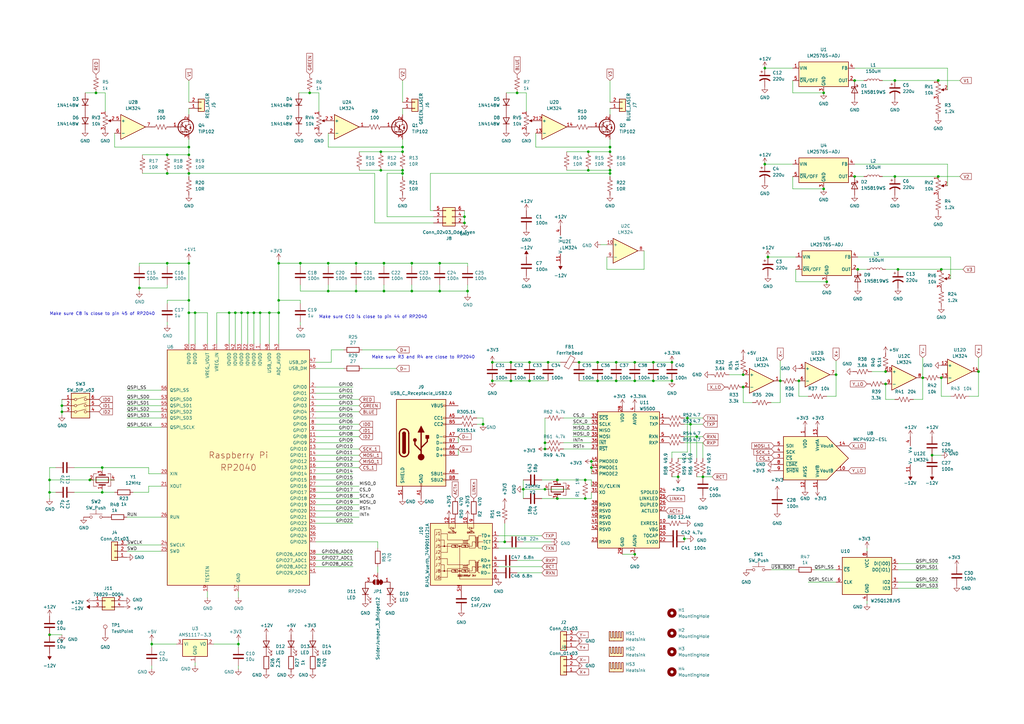
<source format=kicad_sch>
(kicad_sch (version 20230121) (generator eeschema)
  (paper "A3")
  (junction (at 157.48 107.95))
  (junction (at 342.9 153.67))
  (junction (at 378.46 154.94))
  (junction (at 250.19 60.325))
  (junction (at 350.52 33.02))
  (junction (at 168.91 107.95))
  (junction (at 77.47 128.27))
  (junction (at 245.11 148.59))
  (junction (at 134.62 107.95))
  (junction (at 114.3 107.95))
  (junction (at 180.34 119.38))
  (junction (at 320.04 156.21))
  (junction (at 104.14 128.27))
  (junction (at 241.3 69.85))
  (junction (at 217.17 156.21))
  (junction (at 368.3 110.49))
  (junction (at 77.47 60.325))
  (junction (at 250.19 71.12))
  (junction (at 190.5 91.44))
  (junction (at 96.52 128.27))
  (junction (at 157.48 119.38))
  (junction (at 288.29 195.58))
  (junction (at 156.21 69.85))
  (junction (at 240.03 204.47))
  (junction (at 367.03 33.02))
  (junction (at 101.6 128.27))
  (junction (at 207.01 222.25))
  (junction (at 68.58 63.5))
  (junction (at 68.58 71.12))
  (junction (at 350.52 72.39))
  (junction (at 20.32 260.35))
  (junction (at 77.47 71.12))
  (junction (at 223.52 184.15))
  (junction (at 36.83 196.85))
  (junction (at 146.05 107.95))
  (junction (at 386.08 110.49))
  (junction (at 106.68 128.27))
  (junction (at 201.93 148.59))
  (junction (at 209.55 148.59))
  (junction (at 250.19 69.85))
  (junction (at 223.52 200.66))
  (junction (at 313.69 67.31))
  (junction (at 39.37 38.1))
  (junction (at 77.47 63.5))
  (junction (at 134.62 119.38))
  (junction (at 304.8 158.75))
  (junction (at 165.1 71.12))
  (junction (at 165.1 62.23))
  (junction (at 245.11 156.21))
  (junction (at 241.3 62.23))
  (junction (at 77.47 123.19))
  (junction (at 313.69 27.94))
  (junction (at 367.03 72.39))
  (junction (at 223.52 181.61))
  (junction (at 114.3 123.19))
  (junction (at 285.75 179.07))
  (junction (at 228.6 204.47))
  (junction (at 237.49 148.59))
  (junction (at 260.35 148.59))
  (junction (at 146.05 119.38))
  (junction (at 198.12 173.99))
  (junction (at 384.81 72.39))
  (junction (at 165.1 60.325))
  (junction (at 283.21 173.99))
  (junction (at 250.19 62.23))
  (junction (at 242.57 191.77))
  (junction (at 68.58 107.95))
  (junction (at 41.91 201.93))
  (junction (at 351.79 110.49))
  (junction (at 280.67 220.98))
  (junction (at 252.73 156.21))
  (junction (at 77.47 107.95))
  (junction (at 214.63 200.66))
  (junction (at 275.59 156.21))
  (junction (at 240.03 196.85))
  (junction (at 156.21 62.23))
  (junction (at 260.35 156.21))
  (junction (at 224.79 148.59))
  (junction (at 201.93 156.21))
  (junction (at 57.15 118.11))
  (junction (at 386.08 154.94))
  (junction (at 127 38.1))
  (junction (at 278.13 195.58))
  (junction (at 209.55 156.21))
  (junction (at 260.35 227.33))
  (junction (at 93.98 128.27))
  (junction (at 228.6 196.85))
  (junction (at 217.17 148.59))
  (junction (at 25.4 166.37))
  (junction (at 97.79 264.16))
  (junction (at 267.97 148.59))
  (junction (at 252.73 148.59))
  (junction (at 314.96 105.41))
  (junction (at 80.01 128.27))
  (junction (at 20.32 196.85))
  (junction (at 123.19 107.95))
  (junction (at 281.94 171.45))
  (junction (at 20.32 201.93))
  (junction (at 339.09 115.57))
  (junction (at 337.82 38.1))
  (junction (at 191.77 119.38))
  (junction (at 165.1 69.85))
  (junction (at 168.91 119.38))
  (junction (at 180.34 107.95))
  (junction (at 304.8 153.67))
  (junction (at 242.57 189.23))
  (junction (at 190.5 88.9))
  (junction (at 41.91 191.77))
  (junction (at 363.22 152.4))
  (junction (at 114.3 128.27))
  (junction (at 275.59 148.59))
  (junction (at 99.06 128.27))
  (junction (at 267.97 156.21))
  (junction (at 327.66 156.21))
  (junction (at 401.32 152.4))
  (junction (at 25.4 168.91))
  (junction (at 212.09 38.1))
  (junction (at 384.81 33.02))
  (junction (at 62.23 264.16))
  (junction (at 363.22 157.48))
  (junction (at 110.49 128.27))
  (junction (at 337.82 77.47))
  (junction (at 382.27 186.69))
  (wire (pts (xy 242.57 189.23) (xy 242.57 191.77)))
  (wire (pts (xy 190.5 88.9) (xy 190.5 91.44)))
  (wire (pts (xy 97.79 265.43) (xy 97.79 264.16)))
  (wire (pts (xy 190.5 86.36) (xy 190.5 88.9)))
  (wire (pts (xy 101.6 140.97) (xy 101.6 128.27)))
  (wire (pts (xy 20.32 196.85) (xy 20.32 201.93)))
  (wire (pts (xy 66.04 175.26) (xy 52.07 175.26)))
  (wire (pts (xy 62.23 265.43) (xy 62.23 264.16)))
  (wire (pts (xy 158.75 71.12) (xy 158.75 88.9)))
  (wire (pts (xy 275.59 148.59) (xy 267.97 148.59)))
  (wire (pts (xy 168.91 107.95) (xy 180.34 107.95)))
  (wire (pts (xy 308.61 165.1) (xy 304.8 165.1)))
  (wire (pts (xy 110.49 128.27) (xy 114.3 128.27)))
  (wire (pts (xy 357.505 152.4) (xy 363.22 152.4)))
  (wire (pts (xy 280.67 179.07) (xy 285.75 179.07)))
  (wire (pts (xy 114.3 107.95) (xy 123.19 107.95)))
  (wire (pts (xy 242.57 199.39) (xy 242.57 196.85)))
  (wire (pts (xy 280.67 219.71) (xy 280.67 220.98)))
  (wire (pts (xy 122.555 38.1) (xy 127 38.1)))
  (wire (pts (xy 123.19 132.08) (xy 123.19 133.35)))
  (wire (pts (xy 25.4 163.83) (xy 25.4 166.37)))
  (wire (pts (xy 96.52 128.27) (xy 99.06 128.27)))
  (wire (pts (xy 234.95 173.99) (xy 242.57 173.99)))
  (wire (pts (xy 283.21 187.96) (xy 283.21 173.99)))
  (wire (pts (xy 222.25 219.71) (xy 204.47 219.71)))
  (wire (pts (xy 106.68 128.27) (xy 106.68 140.97)))
  (wire (pts (xy 397.51 162.56) (xy 401.32 162.56)))
  (wire (pts (xy 393.7 72.39) (xy 384.81 72.39)))
  (wire (pts (xy 339.09 162.56) (xy 342.9 162.56)))
  (wire (pts (xy 252.73 148.59) (xy 245.11 148.59)))
  (wire (pts (xy 180.34 116.84) (xy 180.34 119.38)))
  (wire (pts (xy 129.54 181.61) (xy 144.78 181.61)))
  (wire (pts (xy 57.15 118.11) (xy 68.58 118.11)))
  (wire (pts (xy 129.54 191.77) (xy 147.32 191.77)))
  (wire (pts (xy 129.54 184.15) (xy 147.32 184.15)))
  (wire (pts (xy 68.58 118.11) (xy 68.58 116.84)))
  (wire (pts (xy 278.13 187.96) (xy 283.21 187.96)))
  (wire (pts (xy 22.86 201.93) (xy 20.32 201.93)))
  (wire (pts (xy 41.91 193.04) (xy 41.91 191.77)))
  (wire (pts (xy 228.6 204.47) (xy 222.25 204.47)))
  (wire (pts (xy 334.01 233.68) (xy 342.9 233.68)))
  (wire (pts (xy 52.07 163.83) (xy 66.04 163.83)))
  (wire (pts (xy 191.77 119.38) (xy 191.77 120.65)))
  (wire (pts (xy 168.91 119.38) (xy 157.48 119.38)))
  (wire (pts (xy 68.58 132.08) (xy 68.58 133.35)))
  (wire (pts (xy 176.53 71.12) (xy 176.53 86.36)))
  (wire (pts (xy 114.3 123.19) (xy 123.19 123.19)))
  (wire (pts (xy 355.6 110.49) (xy 351.79 110.49)))
  (wire (pts (xy 43.18 38.1) (xy 43.18 45.72)))
  (wire (pts (xy 87.63 264.16) (xy 97.79 264.16)))
  (wire (pts (xy 20.32 260.35) (xy 25.4 260.35)))
  (wire (pts (xy 191.77 109.22) (xy 191.77 107.95)))
  (wire (pts (xy 393.7 33.02) (xy 384.81 33.02)))
  (wire (pts (xy 85.09 140.97) (xy 85.09 128.27)))
  (wire (pts (xy 36.83 196.85) (xy 46.99 196.85)))
  (wire (pts (xy 326.39 110.49) (xy 326.39 115.57)))
  (wire (pts (xy 129.54 232.41) (xy 144.78 232.41)))
  (wire (pts (xy 85.09 242.57) (xy 85.09 245.11)))
  (wire (pts (xy 104.14 128.27) (xy 106.68 128.27)))
  (wire (pts (xy 250.19 60.325) (xy 250.19 62.23)))
  (wire (pts (xy 285.75 195.58) (xy 288.29 195.58)))
  (wire (pts (xy 214.63 204.47) (xy 214.63 200.66)))
  (wire (pts (xy 157.48 119.38) (xy 146.05 119.38)))
  (wire (pts (xy 130.81 38.1) (xy 130.81 45.72)))
  (wire (pts (xy 222.25 234.95) (xy 212.09 234.95)))
  (wire (pts (xy 229.87 148.59) (xy 224.79 148.59)))
  (wire (pts (xy 325.12 72.39) (xy 325.12 77.47)))
  (wire (pts (xy 129.54 148.59) (xy 135.89 148.59)))
  (wire (pts (xy 96.52 140.97) (xy 96.52 128.27)))
  (wire (pts (xy 245.11 156.21) (xy 252.73 156.21)))
  (wire (pts (xy 129.54 168.91) (xy 147.32 168.91)))
  (wire (pts (xy 248.92 105.41) (xy 248.92 110.49)))
  (wire (pts (xy 80.01 271.78) (xy 80.01 273.05)))
  (wire (pts (xy 25.4 170.18) (xy 25.4 168.91)))
  (wire (pts (xy 223.52 181.61) (xy 223.52 184.15)))
  (wire (pts (xy 134.62 116.84) (xy 134.62 119.38)))
  (wire (pts (xy 80.01 140.97) (xy 80.01 128.27)))
  (wire (pts (xy 320.04 156.21) (xy 320.04 165.1)))
  (wire (pts (xy 77.47 106.68) (xy 77.47 107.95)))
  (wire (pts (xy 30.48 201.93) (xy 41.91 201.93)))
  (wire (pts (xy 134.62 107.95) (xy 146.05 107.95)))
  (wire (pts (xy 157.48 109.22) (xy 157.48 107.95)))
  (wire (pts (xy 114.3 123.19) (xy 114.3 128.27)))
  (wire (pts (xy 20.32 201.93) (xy 20.32 204.47)))
  (wire (pts (xy 240.03 196.85) (xy 242.57 196.85)))
  (wire (pts (xy 154.94 232.41) (xy 154.94 234.95)))
  (wire (pts (xy 123.19 107.95) (xy 134.62 107.95)))
  (wire (pts (xy 207.01 214.63) (xy 207.01 222.25)))
  (wire (pts (xy 361.95 33.02) (xy 367.03 33.02)))
  (wire (pts (xy 285.75 179.07) (xy 285.75 187.96)))
  (wire (pts (xy 68.58 63.5) (xy 77.47 63.5)))
  (wire (pts (xy 214.63 200.66) (xy 214.63 196.85)))
  (wire (pts (xy 77.47 71.12) (xy 68.58 71.12)))
  (wire (pts (xy 129.54 186.69) (xy 147.32 186.69)))
  (wire (pts (xy 72.39 264.16) (xy 62.23 264.16)))
  (wire (pts (xy 93.98 140.97) (xy 93.98 128.27)))
  (wire (pts (xy 147.32 62.23) (xy 156.21 62.23)))
  (wire (pts (xy 316.23 233.68) (xy 326.39 233.68)))
  (wire (pts (xy 157.48 116.84) (xy 157.48 119.38)))
  (wire (pts (xy 327.66 162.56) (xy 327.66 156.21)))
  (wire (pts (xy 180.34 119.38) (xy 191.77 119.38)))
  (wire (pts (xy 88.9 140.97) (xy 88.9 128.27)))
  (wire (pts (xy 320.04 147.955) (xy 320.04 156.21)))
  (wire (pts (xy 77.47 60.325) (xy 77.47 57.15)))
  (wire (pts (xy 378.46 146.685) (xy 378.46 154.94)))
  (wire (pts (xy 60.96 194.31) (xy 60.96 191.77)))
  (wire (pts (xy 401.32 152.4) (xy 401.32 162.56)))
  (wire (pts (xy 264.16 110.49) (xy 264.16 102.87)))
  (wire (pts (xy 77.47 71.12) (xy 153.67 71.12)))
  (wire (pts (xy 80.01 128.27) (xy 77.47 128.27)))
  (wire (pts (xy 320.04 165.1) (xy 316.23 165.1)))
  (wire (pts (xy 129.54 163.83) (xy 147.32 163.83)))
  (wire (pts (xy 388.62 27.94) (xy 350.52 27.94)))
  (wire (pts (xy 378.46 163.83) (xy 374.65 163.83)))
  (wire (pts (xy 134.62 60.325) (xy 165.1 60.325)))
  (wire (pts (xy 57.15 118.11) (xy 57.15 119.38)))
  (wire (pts (xy 207.645 38.1) (xy 212.09 38.1)))
  (wire (pts (xy 388.62 76.2) (xy 388.62 67.31)))
  (wire (pts (xy 314.96 105.41) (xy 326.39 105.41)))
  (wire (pts (xy 252.73 156.21) (xy 260.35 156.21)))
  (wire (pts (xy 129.54 207.01) (xy 147.32 207.01)))
  (wire (pts (xy 234.95 179.07) (xy 242.57 179.07)))
  (wire (pts (xy 354.33 72.39) (xy 350.52 72.39)))
  (wire (pts (xy 250.19 33.02) (xy 250.19 41.91)))
  (wire (pts (xy 66.04 212.09) (xy 52.07 212.09)))
  (wire (pts (xy 354.33 33.02) (xy 350.52 33.02)))
  (wire (pts (xy 129.54 199.39) (xy 147.32 199.39)))
  (wire (pts (xy 77.47 128.27) (xy 77.47 140.97)))
  (wire (pts (xy 217.17 156.21) (xy 224.79 156.21)))
  (wire (pts (xy 77.47 123.19) (xy 77.47 128.27)))
  (wire (pts (xy 39.37 38.1) (xy 43.18 38.1)))
  (wire (pts (xy 52.07 168.91) (xy 66.04 168.91)))
  (wire (pts (xy 361.95 72.39) (xy 367.03 72.39)))
  (wire (pts (xy 114.3 128.27) (xy 114.3 140.97)))
  (wire (pts (xy 242.57 191.77) (xy 242.57 194.31)))
  (wire (pts (xy 129.54 209.55) (xy 147.32 209.55)))
  (wire (pts (xy 146.05 109.22) (xy 146.05 107.95)))
  (wire (pts (xy 129.54 194.31) (xy 144.78 194.31)))
  (wire (pts (xy 401.32 146.685) (xy 401.32 152.4)))
  (wire (pts (xy 342.9 153.67) (xy 342.9 162.56)))
  (wire (pts (xy 129.54 179.07) (xy 147.32 179.07)))
  (wire (pts (xy 313.69 67.31) (xy 325.12 67.31)))
  (wire (pts (xy 123.19 109.22) (xy 123.19 107.95)))
  (wire (pts (xy 250.19 69.85) (xy 250.19 71.12)))
  (wire (pts (xy 60.96 194.31) (xy 66.04 194.31)))
  (wire (pts (xy 217.17 148.59) (xy 224.79 148.59)))
  (wire (pts (xy 231.14 171.45) (xy 242.57 171.45)))
  (wire (pts (xy 134.62 54.61) (xy 134.62 60.325)))
  (wire (pts (xy 66.04 223.52) (xy 52.07 223.52)))
  (wire (pts (xy 288.29 173.99) (xy 283.21 173.99)))
  (wire (pts (xy 180.34 107.95) (xy 191.77 107.95)))
  (wire (pts (xy 165.1 60.325) (xy 165.1 57.15)))
  (wire (pts (xy 299.085 153.67) (xy 304.8 153.67)))
  (wire (pts (xy 34.925 38.1) (xy 39.37 38.1)))
  (wire (pts (xy 66.04 160.02) (xy 52.07 160.02)))
  (wire (pts (xy 134.62 119.38) (xy 123.19 119.38)))
  (wire (pts (xy 52.07 166.37) (xy 66.04 166.37)))
  (wire (pts (xy 368.3 231.14) (xy 384.81 231.14)))
  (wire (pts (xy 232.41 62.23) (xy 241.3 62.23)))
  (wire (pts (xy 77.47 107.95) (xy 77.47 123.19)))
  (wire (pts (xy 313.69 27.94) (xy 325.12 27.94)))
  (wire (pts (xy 129.54 161.29) (xy 144.78 161.29)))
  (wire (pts (xy 158.75 88.9) (xy 177.8 88.9)))
  (wire (pts (xy 355.6 224.79) (xy 355.6 226.06)))
  (wire (pts (xy 68.58 107.95) (xy 77.47 107.95)))
  (wire (pts (xy 228.6 196.85) (xy 222.25 196.85)))
  (wire (pts (xy 388.62 67.31) (xy 350.52 67.31)))
  (wire (pts (xy 165.1 44.45) (xy 165.1 46.99)))
  (wire (pts (xy 389.89 114.3) (xy 389.89 105.41)))
  (wire (pts (xy 288.29 195.58) (xy 292.1 195.58)))
  (wire (pts (xy 129.54 176.53) (xy 147.32 176.53)))
  (wire (pts (xy 41.91 201.93) (xy 46.99 201.93)))
  (wire (pts (xy 97.79 264.16) (xy 97.79 262.89)))
  (wire (pts (xy 231.14 184.15) (xy 242.57 184.15)))
  (wire (pts (xy 241.3 62.23) (xy 250.19 62.23)))
  (wire (pts (xy 209.55 156.21) (xy 217.17 156.21)))
  (wire (pts (xy 25.4 166.37) (xy 25.4 168.91)))
  (wire (pts (xy 148.59 143.51) (xy 162.56 143.51)))
  (wire (pts (xy 233.68 200.66) (xy 223.52 200.66)))
  (wire (pts (xy 250.19 44.45) (xy 250.19 46.99)))
  (wire (pts (xy 97.79 242.57) (xy 97.79 245.11)))
  (wire (pts (xy 280.67 220.98) (xy 280.67 222.25)))
  (wire (pts (xy 250.19 72.39) (xy 250.19 71.12)))
  (wire (pts (xy 153.67 71.12) (xy 153.67 91.44)))
  (wire (pts (xy 201.93 148.59) (xy 209.55 148.59)))
  (wire (pts (xy 389.89 105.41) (xy 351.79 105.41)))
  (wire (pts (xy 41.91 191.77) (xy 60.96 191.77)))
  (wire (pts (xy 129.54 212.09) (xy 147.32 212.09)))
  (wire (pts (xy 246.38 100.33) (xy 248.92 100.33)))
  (wire (pts (xy 250.19 60.325) (xy 250.19 57.15)))
  (wire (pts (xy 255.27 227.33) (xy 260.35 227.33)))
  (wire (pts (xy 147.32 69.85) (xy 156.21 69.85)))
  (wire (pts (xy 129.54 229.87) (xy 144.78 229.87)))
  (wire (pts (xy 368.3 238.76) (xy 384.81 238.76)))
  (wire (pts (xy 129.54 166.37) (xy 147.32 166.37)))
  (wire (pts (xy 129.54 171.45) (xy 144.78 171.45)))
  (wire (pts (xy 20.32 191.77) (xy 20.32 196.85)))
  (wire (pts (xy 99.06 128.27) (xy 101.6 128.27)))
  (wire (pts (xy 57.15 107.95) (xy 68.58 107.95)))
  (wire (pts (xy 386.08 162.56) (xy 386.08 154.94)))
  (wire (pts (xy 165.1 72.39) (xy 165.1 71.12)))
  (wire (pts (xy 41.91 200.66) (xy 41.91 201.93)))
  (wire (pts (xy 20.32 196.85) (xy 36.83 196.85)))
  (wire (pts (xy 180.34 109.22) (xy 180.34 107.95)))
  (wire (pts (xy 260.35 148.59) (xy 252.73 148.59)))
  (wire (pts (xy 198.12 171.45) (xy 198.12 173.99)))
  (wire (pts (xy 219.71 54.61) (xy 219.71 60.325)))
  (wire (pts (xy 223.52 171.45) (xy 223.52 181.61)))
  (wire (pts (xy 62.23 262.89) (xy 62.23 264.16)))
  (wire (pts (xy 129.54 196.85) (xy 144.78 196.85)))
  (wire (pts (xy 241.3 69.85) (xy 250.19 69.85)))
  (wire (pts (xy 237.49 156.21) (xy 245.11 156.21)))
  (wire (pts (xy 99.06 140.97) (xy 99.06 128.27)))
  (wire (pts (xy 250.19 71.12) (xy 176.53 71.12)))
  (wire (pts (xy 288.29 171.45) (xy 281.94 171.45)))
  (wire (pts (xy 77.47 33.02) (xy 77.47 41.91)))
  (wire (pts (xy 342.9 147.955) (xy 342.9 153.67)))
  (wire (pts (xy 146.05 107.95) (xy 157.48 107.95)))
  (wire (pts (xy 168.91 116.84) (xy 168.91 119.38)))
  (wire (pts (xy 146.05 116.84) (xy 146.05 119.38)))
  (wire (pts (xy 58.42 63.5) (xy 68.58 63.5)))
  (wire (pts (xy 129.54 151.13) (xy 140.97 151.13)))
  (wire (pts (xy 114.3 106.68) (xy 114.3 107.95)))
  (wire (pts (xy 198.12 171.45) (xy 195.58 171.45)))
  (wire (pts (xy 60.96 199.39) (xy 60.96 201.93)))
  (wire (pts (xy 68.58 123.19) (xy 77.47 123.19)))
  (wire (pts (xy 129.54 227.33) (xy 144.78 227.33)))
  (wire (pts (xy 288.29 179.07) (xy 285.75 179.07)))
  (wire (pts (xy 68.58 109.22) (xy 68.58 107.95)))
  (wire (pts (xy 331.47 162.56) (xy 327.66 162.56)))
  (wire (pts (xy 129.54 158.75) (xy 144.78 158.75)))
  (wire (pts (xy 177.8 91.44) (xy 153.67 91.44)))
  (wire (pts (xy 187.96 179.07) (xy 187.96 181.61)))
  (wire (pts (xy 222.25 224.79) (xy 204.47 224.79)))
  (wire (pts (xy 154.94 222.25) (xy 154.94 224.79)))
  (wire (pts (xy 260.35 156.21) (xy 267.97 156.21)))
  (wire (pts (xy 223.52 200.66) (xy 214.63 200.66)))
  (wire (pts (xy 367.03 33.02) (xy 384.81 33.02)))
  (wire (pts (xy 212.09 38.1) (xy 215.9 38.1)))
  (wire (pts (xy 281.94 185.42) (xy 281.94 171.45)))
  (wire (pts (xy 176.53 86.36) (xy 177.8 86.36)))
  (wire (pts (xy 54.61 201.93) (xy 60.96 201.93)))
  (wire (pts (xy 101.6 128.27) (xy 104.14 128.27)))
  (wire (pts (xy 146.05 119.38) (xy 134.62 119.38)))
  (wire (pts (xy 77.47 60.325) (xy 77.47 63.5)))
  (wire (pts (xy 165.1 33.02) (xy 165.1 41.91)))
  (wire (pts (xy 234.95 176.53) (xy 242.57 176.53)))
  (wire (pts (xy 129.54 189.23) (xy 147.32 189.23)))
  (wire (pts (xy 156.21 62.23) (xy 165.1 62.23)))
  (wire (pts (xy 222.25 229.87) (xy 212.09 229.87)))
  (wire (pts (xy 30.48 191.77) (xy 41.91 191.77)))
  (wire (pts (xy 129.54 204.47) (xy 147.32 204.47)))
  (wire (pts (xy 106.68 128.27) (xy 110.49 128.27)))
  (wire (pts (xy 134.62 109.22) (xy 134.62 107.95)))
  (wire (pts (xy 388.62 36.83) (xy 388.62 27.94)))
  (wire (pts (xy 389.89 162.56) (xy 386.08 162.56)))
  (wire (pts (xy 242.57 201.93) (xy 242.57 204.47)))
  (wire (pts (xy 165.1 69.85) (xy 165.1 71.12)))
  (wire (pts (xy 165.1 71.12) (xy 158.75 71.12)))
  (wire (pts (xy 68.58 124.46) (xy 68.58 123.19)))
  (wire (pts (xy 222.25 232.41) (xy 204.47 232.41)))
  (wire (pts (xy 123.19 124.46) (xy 123.19 123.19)))
  (wire (pts (xy 288.29 181.61) (xy 288.29 187.96)))
  (wire (pts (xy 187.96 184.15) (xy 187.96 186.69)))
  (wire (pts (xy 394.97 110.49) (xy 386.08 110.49)))
  (wire (pts (xy 368.3 241.3) (xy 384.81 241.3)))
  (wire (pts (xy 129.54 214.63) (xy 144.78 214.63)))
  (wire (pts (xy 275.59 185.42) (xy 281.94 185.42)))
  (wire (pts (xy 386.08 186.69) (xy 382.27 186.69)))
  (wire (pts (xy 195.58 173.99) (xy 198.12 173.99)))
  (wire (pts (xy 368.3 110.49) (xy 386.08 110.49)))
  (wire (pts (xy 156.21 69.85) (xy 165.1 69.85)))
  (wire (pts (xy 129.54 201.93) (xy 147.32 201.93)))
  (wire (pts (xy 275.59 187.96) (xy 275.59 185.42)))
  (wire (pts (xy 231.14 181.61) (xy 242.57 181.61)))
  (wire (pts (xy 355.6 246.38) (xy 355.6 247.65)))
  (wire (pts (xy 157.48 107.95) (xy 168.91 107.95)))
  (wire (pts (xy 104.14 140.97) (xy 104.14 128.27)))
  (wire (pts (xy 46.99 60.325) (xy 77.47 60.325)))
  (wire (pts (xy 283.21 173.99) (xy 280.67 173.99)))
  (wire (pts (xy 248.92 110.49) (xy 264.16 110.49)))
  (wire (pts (xy 219.71 60.325) (xy 250.19 60.325)))
  (wire (pts (xy 228.6 204.47) (xy 240.03 204.47)))
  (wire (pts (xy 22.86 191.77) (xy 20.32 191.77)))
  (wire (pts (xy 325.12 38.1) (xy 337.82 38.1)))
  (wire (pts (xy 325.12 77.47) (xy 337.82 77.47)))
  (wire (pts (xy 66.04 199.39) (xy 60.96 199.39)))
  (wire (pts (xy 215.9 38.1) (xy 215.9 45.72)))
  (wire (pts (xy 209.55 148.59) (xy 217.17 148.59)))
  (wire (pts (xy 52.07 171.45) (xy 66.04 171.45)))
  (wire (pts (xy 148.59 151.13) (xy 162.56 151.13)))
  (wire (pts (xy 240.03 204.47) (xy 242.57 204.47)))
  (wire (pts (xy 85.09 128.27) (xy 80.01 128.27)))
  (wire (pts (xy 77.47 71.12) (xy 77.47 72.39)))
  (wire (pts (xy 304.8 165.1) (xy 304.8 158.75)))
  (wire (pts (xy 226.06 222.25) (xy 214.63 222.25)))
  (wire (pts (xy 367.03 163.83) (xy 363.22 163.83)))
  (wire (pts (xy 57.15 109.22) (xy 57.15 107.95)))
  (wire (pts (xy 129.54 222.25) (xy 154.94 222.25)))
  (wire (pts (xy 88.9 128.27) (xy 93.98 128.27)))
  (wire (pts (xy 66.04 226.06) (xy 52.07 226.06)))
  (wire (pts (xy 168.91 109.22) (xy 168.91 107.95)))
  (wire (pts (xy 267.97 148.59) (xy 260.35 148.59)))
  (wire (pts (xy 97.79 273.05) (xy 97.79 274.32)))
  (wire (pts (xy 267.97 156.21) (xy 275.59 156.21)))
  (wire (pts (xy 201.93 156.21) (xy 209.55 156.21)))
  (wire (pts (xy 114.3 107.95) (xy 114.3 123.19)))
  (wire (pts (xy 280.67 181.61) (xy 288.29 181.61)))
  (wire (pts (xy 110.49 140.97) (xy 110.49 128.27)))
  (wire (pts (xy 228.6 196.85) (xy 240.03 196.85)))
  (wire (pts (xy 281.94 171.45) (xy 280.67 171.45)))
  (wire (pts (xy 46.99 54.61) (xy 46.99 60.325)))
  (wire (pts (xy 57.15 116.84) (xy 57.15 118.11)))
  (wire (pts (xy 93.98 128.27) (xy 96.52 128.27)))
  (wire (pts (xy 363.22 110.49) (xy 368.3 110.49)))
  (wire (pts (xy 62.23 273.05) (xy 62.23 274.32)))
  (wire (pts (xy 129.54 173.99) (xy 147.32 173.99)))
  (wire (pts (xy 180.34 119.38) (xy 168.91 119.38)))
  (wire (pts (xy 325.12 33.02) (xy 325.12 38.1)))
  (wire (pts (xy 331.47 238.76) (xy 342.9 238.76)))
  (wire (pts (xy 135.89 143.51) (xy 140.97 143.51)))
  (wire (pts (xy 77.47 44.45) (xy 77.47 46.99)))
  (wire (pts (xy 367.03 72.39) (xy 384.81 72.39)))
  (wire (pts (xy 368.3 233.68) (xy 384.81 233.68)))
  (wire (pts (xy 363.22 157.48) (xy 363.22 163.83)))
  (wire (pts (xy 123.19 116.84) (xy 123.19 119.38)))
  (wire (pts (xy 127 38.1) (xy 130.81 38.1)))
  (wire (pts (xy 275.59 195.58) (xy 278.13 195.58)))
  (wire (pts (xy 58.42 71.12) (xy 68.58 71.12)))
  (wire (pts (xy 326.39 115.57) (xy 339.09 115.57)))
  (wire (pts (xy 135.89 143.51) (xy 135.89 148.59)))
  (wire (pts (xy 245.11 148.59) (xy 237.49 148.59)))
  (wire (pts (xy 378.46 154.94) (xy 378.46 163.83)))
  (wire (pts (xy 191.77 116.84) (xy 191.77 119.38)))
  (wire (pts (xy 207.01 222.25) (xy 204.47 222.25)))
  (wire (pts (xy 280.67 220.98) (xy 281.94 220.98)))
  (wire (pts (xy 232.41 69.85) (xy 241.3 69.85)))
  (wire (pts (xy 165.1 60.325) (xy 165.1 62.23)))
  (text "Make sure C8 is close to pin 45 of RP2040" (at 20.32 129.54 0) (effects (font (size 1.27 1.27)) (justify left bottom)))
  (text "Make sure R3 and R4 are close to RP2040" (at 152.4 147.32 0) (effects (font (size 1.27 1.27)) (justify left bottom)))
  (text "Make sure C10 is close to pin 44 of RP2040" (at 130.81 130.81 0) (effects (font (size 1.27 1.27)) (justify left bottom)))
  (label "INTn" (at 147.32 212.09 0))
  (label "SWD" (at 52.07 226.06 0))
  (label "GPIO16" (at 144.78 199.39 180))
  (label "GPIO17" (at 144.78 201.93 180))
  (label "MOSI_0" (at 234.95 179.07 0))
  (label "GPIO20" (at 144.78 209.55 180))
  (label "QSPI_SD0" (at 384.81 231.14 180))
  (label "GPIO18" (at 144.78 204.47 180))
  (label "QSPI_SD2" (at 384.81 238.76 180))
  (label "GPIO3" (at 144.78 166.37 180))
  (label "GPIO26_ADC0" (at 144.78 227.33 180))
  (label "GPIO0" (at 144.78 158.75 180))
  (label "MOSI_0" (at 147.32 207.01 0))
  (label "GPIO8" (at 144.78 179.07 180))
  (label "GPIO15" (at 144.78 196.85 180))
  (label "INTn" (at 234.95 181.61 0))
  (label "RSTn" (at 147.32 209.55 0))
  (label "GPIO19" (at 144.78 207.01 180))
  (label "SCK_0" (at 147.32 204.47 0))
  (label "CS_0" (at 147.32 201.93 0))
  (label "SWCLK" (at 52.07 223.52 0))
  (label "QSPI_SD3" (at 384.81 241.3 180))
  (label "MISO_0" (at 234.95 176.53 0))
  (label "GPIO7" (at 144.78 176.53 180))
  (label "GPIO11" (at 144.78 186.69 180))
  (label "QSPI_SS" (at 334.01 233.68 0))
  (label "RUN" (at 52.07 212.09 0))
  (label "GPIO21" (at 144.78 212.09 180))
  (label "QSPI_SD2" (at 52.07 168.91 0))
  (label "GPIO14" (at 144.78 194.31 180))
  (label "RSTn" (at 234.95 184.15 0))
  (label "GPIO6" (at 144.78 173.99 180))
  (label "~{USB_BOOT}" (at 316.23 233.68 0))
  (label "QSPI_SCLK" (at 52.07 175.26 0))
  (label "GPIO22" (at 144.78 214.63 180))
  (label "GPIO4" (at 144.78 168.91 180))
  (label "GPIO1" (at 144.78 161.29 180))
  (label "QSPI_SCLK" (at 331.47 238.76 0))
  (label "GPIO13" (at 144.78 191.77 180))
  (label "QSPI_SD1" (at 384.81 233.68 180))
  (label "QSPI_SS" (at 52.07 160.02 0))
  (label "SCK_0" (at 234.95 173.99 0))
  (label "QSPI_SD1" (at 52.07 166.37 0))
  (label "GPIO5" (at 144.78 171.45 180))
  (label "MISO_0" (at 147.32 199.39 0))
  (label "GPIO28_ADC2" (at 144.78 232.41 180))
  (label "GPIO2" (at 144.78 163.83 180))
  (label "GPIO9" (at 144.78 181.61 180))
  (label "GPIO27_ADC1" (at 144.78 229.87 180))
  (label "QSPI_SD0" (at 52.07 163.83 0))
  (label "GPIO10" (at 144.78 184.15 180))
  (label "QSPI_SD3" (at 52.07 171.45 0))
  (label "CS_0" (at 234.95 171.45 0))
  (label "GPIO12" (at 144.78 189.23 180))
  (global_label "V3" (shape input) (at 250.19 33.02 90) (property "Intersheetrefs" "${INTERSHEET_REFS}" (effects hide)))
  (global_label "RXN" (shape input) (at 222.25 234.95 0) (property "Intersheetrefs" "${INTERSHEET_REFS}" (effects hide)))
  (global_label "TXP" (shape input) (at 222.25 219.71 0) (property "Intersheetrefs" "${INTERSHEET_REFS}" (effects hide)))
  (global_label "V3" (shape input) (at 394.97 110.49 0) (property "Intersheetrefs" "${INTERSHEET_REFS}" (effects hide)))
  (global_label "D+" (shape input) (at 187.96 184.15 0) (property "Intersheetrefs" "${INTERSHEET_REFS}" (effects hide)))
  (global_label "TXN" (shape input) (at 222.25 224.79 0) (property "Intersheetrefs" "${INTERSHEET_REFS}" (effects hide)))
  (global_label "X-" (shape input) (at 236.22 270.51 0) (property "Intersheetrefs" "${INTERSHEET_REFS}" (effects hide)))
  (global_label "RXP" (shape input) (at 222.25 229.87 0) (property "Intersheetrefs" "${INTERSHEET_REFS}" (effects hide)))
  (global_label "ID2" (shape input) (at 40.64 168.91 0) (property "Intersheetrefs" "${INTERSHEET_REFS}" (effects hide)))
  (global_label "BLUE" (shape input) (at 212.09 30.48 90) (property "Intersheetrefs" "${INTERSHEET_REFS}" (effects hide)))
  (global_label "ID1" (shape input) (at 147.32 176.53 0) (property "Intersheetrefs" "${INTERSHEET_REFS}" (effects hide)))
  (global_label "Y-" (shape input) (at 378.46 146.685 90) (property "Intersheetrefs" "${INTERSHEET_REFS}" (effects hide)))
  (global_label "V2" (shape input) (at 393.7 72.39 0) (property "Intersheetrefs" "${INTERSHEET_REFS}" (effects hide)))
  (global_label "LINKn" (shape input) (at 273.05 204.47 0) (property "Intersheetrefs" "${INTERSHEET_REFS}" (effects hide)))
  (global_label "Y+" (shape input) (at 236.22 265.43 0) (property "Intersheetrefs" "${INTERSHEET_REFS}" (effects hide)))
  (global_label "Y_LO" (shape input) (at 347.98 193.04 0) (property "Intersheetrefs" "${INTERSHEET_REFS}" (effects hide)))
  (global_label "GREEN" (shape input) (at 147.32 166.37 0) (property "Intersheetrefs" "${INTERSHEET_REFS}" (effects hide)))
  (global_label "X-" (shape input) (at 320.04 147.955 90) (property "Intersheetrefs" "${INTERSHEET_REFS}" (effects hide)))
  (global_label "GREEN" (shape input) (at 127 30.48 90) (property "Intersheetrefs" "${INTERSHEET_REFS}" (effects hide)))
  (global_label "RED" (shape input) (at 39.37 30.48 90) (property "Intersheetrefs" "${INTERSHEET_REFS}" (effects hide)))
  (global_label "V1" (shape input) (at 393.7 33.02 0) (property "Intersheetrefs" "${INTERSHEET_REFS}" (effects hide)))
  (global_label "ID1" (shape input) (at 40.64 166.37 0) (property "Intersheetrefs" "${INTERSHEET_REFS}" (effects hide)))
  (global_label "RCT" (shape input) (at 292.1 195.58 0) (property "Intersheetrefs" "${INTERSHEET_REFS}" (effects hide)))
  (global_label "CS_1" (shape input) (at 147.32 191.77 0) (property "Intersheetrefs" "${INTERSHEET_REFS}" (effects hide)))
  (global_label "D-" (shape input) (at 162.56 151.13 0) (property "Intersheetrefs" "${INTERSHEET_REFS}" (effects hide)))
  (global_label "Y-" (shape input) (at 236.22 260.35 0) (property "Intersheetrefs" "${INTERSHEET_REFS}" (effects hide)))
  (global_label "BLUE" (shape input) (at 147.32 168.91 0) (property "Intersheetrefs" "${INTERSHEET_REFS}" (effects hide)))
  (global_label "ACTn" (shape input) (at 273.05 209.55 0) (property "Intersheetrefs" "${INTERSHEET_REFS}" (effects hide)))
  (global_label "Y+" (shape input) (at 401.32 146.685 90) (property "Intersheetrefs" "${INTERSHEET_REFS}" (effects hide)))
  (global_label "D+" (shape input) (at 162.56 143.51 0) (property "Intersheetrefs" "${INTERSHEET_REFS}" (effects hide)))
  (global_label "SCK_1" (shape input) (at 317.5 185.42 180) (property "Intersheetrefs" "${INTERSHEET_REFS}" (effects hide)))
  (global_label "RXP" (shape input) (at 288.29 181.61 0) (property "Intersheetrefs" "${INTERSHEET_REFS}" (effects hide)))
  (global_label "TXN" (shape input) (at 288.29 171.45 0) (property "Intersheetrefs" "${INTERSHEET_REFS}" (effects hide)))
  (global_label "X_LO" (shape input) (at 347.98 182.88 0) (property "Intersheetrefs" "${INTERSHEET_REFS}" (effects hide)))
  (global_label "ACTn" (shape input) (at 186.69 204.47 90) (property "Intersheetrefs" "${INTERSHEET_REFS}" (effects hide)))
  (global_label "ID0" (shape input) (at 40.64 163.83 0) (property "Intersheetrefs" "${INTERSHEET_REFS}" (effects hide)))
  (global_label "D-" (shape input) (at 187.96 179.07 0) (property "Intersheetrefs" "${INTERSHEET_REFS}" (effects hide)))
  (global_label "RCT" (shape input) (at 222.25 232.41 0) (property "Intersheetrefs" "${INTERSHEET_REFS}" (effects hide)))
  (global_label "X+" (shape input) (at 342.9 147.955 90) (property "Intersheetrefs" "${INTERSHEET_REFS}" (effects hide)))
  (global_label "X_LO" (shape input) (at 297.18 158.75 180) (property "Intersheetrefs" "${INTERSHEET_REFS}" (effects hide)))
  (global_label "SCK_1" (shape input) (at 147.32 184.15 0) (property "Intersheetrefs" "${INTERSHEET_REFS}" (effects hide)))
  (global_label "ID2" (shape input) (at 147.32 179.07 0) (property "Intersheetrefs" "${INTERSHEET_REFS}" (effects hide)))
  (global_label "TXP" (shape input) (at 288.29 173.99 0) (property "Intersheetrefs" "${INTERSHEET_REFS}" (effects hide)))
  (global_label "V1" (shape input) (at 77.47 33.02 90) (property "Intersheetrefs" "${INTERSHEET_REFS}" (effects hide)))
  (global_label "V2" (shape input) (at 165.1 33.02 90) (property "Intersheetrefs" "${INTERSHEET_REFS}" (effects hide)))
  (global_label "LINKn" (shape input) (at 194.31 204.47 90) (property "Intersheetrefs" "${INTERSHEET_REFS}" (effects hide)))
  (global_label "CS_1" (shape input) (at 317.5 187.96 180) (property "Intersheetrefs" "${INTERSHEET_REFS}" (effects hide)))
  (global_label "Y_LO" (shape input) (at 355.6 157.48 180) (property "Intersheetrefs" "${INTERSHEET_REFS}" (effects hide)))
  (global_label "MOSI_1" (shape input) (at 147.32 186.69 0) (property "Intersheetrefs" "${INTERSHEET_REFS}" (effects hide)))
  (global_label "RXN" (shape input) (at 288.29 179.07 0) (property "Intersheetrefs" "${INTERSHEET_REFS}" (effects hide)))
  (global_label "X+" (shape input) (at 236.22 275.59 0) (property "Intersheetrefs" "${INTERSHEET_REFS}" (effects hide)))
  (global_label "MOSI_1" (shape input) (at 317.5 182.88 180) (property "Intersheetrefs" "${INTERSHEET_REFS}" (effects hide)))
  (global_label "ID0" (shape input) (at 147.32 173.99 0) (property "Intersheetrefs" "${INTERSHEET_REFS}" (effects hide)))
  (global_label "RED" (shape input) (at 147.32 163.83 0) (property "Intersheetrefs" "${INTERSHEET_REFS}" (effects hide)))
  (global_label "MISO_1" (shape input) (at 147.32 189.23 0) (property "Intersheetrefs" "${INTERSHEET_REFS}" (effects hide)))
  (symbol (lib_id "Device:R_US") (at 39.37 34.29 180) (unit 1)
    (property "Reference" "R5" (at 41.91 33.655 0) (effects (justify right)))
    (property "Value" "1k" (at 41.91 36.195 0) (effects (justify right)))
    (property "Footprint" "Resistor_SMD:R_0603_1608Metric" (effects hide))
  )
  (symbol (lib_id "Analog_DAC:MCP4922-ESL") (at 332.74 187.96 0) (unit 1)
    (property "Reference" "U8" (at 356.87 177.6983 0))
    (property "Value" "MCP4922-ESL" (at 356.87 180.2383 0))
    (property "Footprint" "Package_SO:SOIC-14_3.9x8.7mm_P1.27mm" (effects hide))
    (property "Datasheet" "http://ww1.microchip.com/downloads/en/devicedoc/21897a.pdf" (effects hide))
  )
  (symbol (lib_id "Device:R") (at 144.78 143.51 270) (unit 1)
    (property "Reference" "R25" (at 144.78 138.2522 90))
    (property "Value" "27" (at 144.78 140.5636 90))
    (property "Footprint" "Resistor_SMD:R_0603_1608Metric" (effects hide))
  )
  (symbol (lib_id "Connector_Generic:Conn_01x03") (at 231.14 273.05 180) (unit 1)
    (property "Reference" "J3" (at 231.14 265.43 0))
    (property "Value" "Conn_01x03" (at 231.14 267.97 0))
    (property "Footprint" "Connector_JST:JST_XH_B3B-XH-A_1x03_P2.50mm_Vertical" (effects hide))
  )
  (symbol (lib_id "Amplifier_Operational:LM324") (at 142.24 52.07 0) (unit 1)
    (property "Reference" "U2" (at 142.24 41.91 0))
    (property "Value" "LM324" (at 142.24 44.45 0))
    (property "Footprint" "Package_SO:SOIC-14_3.9x8.7mm_P1.27mm" (effects hide))
    (property "Datasheet" "http://www.ti.com/lit/ds/symlink/lm2902-n.pdf" (effects hide))
  )
  (symbol (lib_id "Device:R") (at 330.2 233.68 270) (unit 1)
    (property "Reference" "R47" (at 330.2 228.4222 90))
    (property "Value" "1k" (at 330.2 230.7336 90))
    (property "Footprint" "Resistor_SMD:R_0603_1608Metric" (effects hide))
  )
  (symbol (lib_id "power:GND") (at 355.6 247.65 0) (unit 1)
    (property "Reference" "#PWR099" (effects hide))
    (property "Value" "GND" (at 351.79 248.92 0))
  )
  (symbol (lib_id "Device:C") (at 134.62 113.03 0) (unit 1)
    (property "Reference" "C20" (at 137.541 111.8616 0) (effects (justify left)))
    (property "Value" "100n" (at 137.541 114.173 0) (effects (justify left)))
    (property "Footprint" "Capacitor_SMD:C_0603_1608Metric" (effects hide))
  )
  (symbol (lib_id "power:GND") (at 236.22 273.05 90) (unit 1)
    (property "Reference" "#PWR072" (effects hide))
    (property "Value" "GND" (at 240.03 273.05 90) (effects (justify right)))
  )
  (symbol (lib_id "Device:C") (at 209.55 152.4 0) (unit 1)
    (property "Reference" "C32" (at 210.82 149.86 0) (effects (justify left)))
    (property "Value" "100n" (at 210.82 154.94 0) (effects (justify left)))
    (property "Footprint" "Capacitor_SMD:C_0603_1608Metric" (effects hide))
  )
  (symbol (lib_id "Device:R_US") (at 227.33 184.15 90) (unit 1)
    (property "Reference" "R49" (at 224.79 186.69 90))
    (property "Value" "4.7k" (at 229.87 186.69 90))
    (property "Footprint" "Resistor_SMD:R_0603_1608Metric" (effects hide))
  )
  (symbol (lib_id "power:GND") (at 386.08 125.73 0) (unit 1)
    (property "Reference" "#PWR053" (effects hide))
    (property "Value" "GND" (at 386.08 130.175 0))
  )
  (symbol (lib_id "power:GND") (at 52.07 228.6 90) (unit 1)
    (property "Reference" "#PWR055" (effects hide))
    (property "Value" "GND" (at 57.15 228.6 90))
  )
  (symbol (lib_id "power:-12V") (at 373.38 194.31 180) (unit 1)
    (property "Reference" "#PWR076" (effects hide))
    (property "Value" "-12V" (at 375.92 198.12 0) (effects (justify left)))
  )
  (symbol (lib_id "power:+3.3V") (at 278.13 195.58 180) (unit 1)
    (property "Reference" "#PWR0121" (effects hide))
    (property "Value" "+3.3V" (at 278.13 200.66 0))
  )
  (symbol (lib_id "Device:C_Polarized_US") (at 367.03 76.2 0) (unit 1)
    (property "Reference" "C6" (at 370.205 74.2949 0) (effects (justify left)))
    (property "Value" "220u" (at 370.205 76.8349 0) (effects (justify left)))
    (property "Footprint" "Capacitor_SMD:CP_Elec_6.3x7.7" (effects hide))
  )
  (symbol (lib_id "power:GND") (at 260.35 227.33 0) (unit 1)
    (property "Reference" "#PWR0106" (effects hide))
    (property "Value" "GND" (at 260.35 232.41 0))
  )
  (symbol (lib_id "power:+12V") (at 20.32 252.73 0) (unit 1)
    (property "Reference" "#PWR022" (effects hide))
    (property "Value" "+12V" (at 20.32 248.92 0))
  )
  (symbol (lib_id "power:GND") (at 128.27 275.59 0) (unit 1)
    (property "Reference" "#PWR052" (effects hide))
    (property "Value" "GND" (at 124.46 276.86 0))
  )
  (symbol (lib_id "power:GND") (at 62.23 274.32 0) (unit 1)
    (property "Reference" "#PWR028" (effects hide))
    (property "Value" "GND" (at 58.42 275.59 0))
  )
  (symbol (lib_id "power:GND") (at 97.79 274.32 0) (unit 1)
    (property "Reference" "#PWR034" (effects hide))
    (property "Value" "GND" (at 93.98 275.59 0))
  )
  (symbol (lib_id "power:+12V") (at 38.1 246.38 90) (unit 1)
    (property "Reference" "#PWR02" (effects hide))
    (property "Value" "+12V" (at 34.29 247.015 90) (effects (justify left)))
  )
  (symbol (lib_id "Device:LED") (at 160.02 242.57 90) (unit 1)
    (property "Reference" "D10" (at 163.83 243.5225 90) (effects (justify right)))
    (property "Value" "LED" (at 163.83 246.0625 90) (effects (justify right)))
    (property "Footprint" "LED_SMD:LED_0603_1608Metric" (effects hide))
  )
  (symbol (lib_id "Amplifier_Operational:LM324") (at 335.28 153.67 0) (unit 2)
    (property "Reference" "U12" (at 335.28 144.78 0))
    (property "Value" "LM324" (at 335.28 147.32 0))
    (property "Footprint" "Package_SO:SOIC-14_3.9x8.7mm_P1.27mm" (effects hide))
    (property "Datasheet" "http://www.ti.com/lit/ds/symlink/lm2902-n.pdf" (effects hide))
  )
  (symbol (lib_id "Interface_Ethernet:W5500") (at 257.81 196.85 0) (unit 1)
    (property "Reference" "U11" (at 262.3059 165.1 0) (effects (justify left)))
    (property "Value" "W5500" (at 262.3059 167.64 0) (effects (justify left)))
    (property "Footprint" "Package_QFP:LQFP-48_7x7mm_P0.5mm" (effects hide))
    (property "Datasheet" "http://wizwiki.net/wiki/lib/exe/fetch.php/products:w5500:w5500_ds_v109e.pdf" (effects hide))
  )
  (symbol (lib_id "Device:R_US") (at 147.32 66.04 0) (unit 1)
    (property "Reference" "R11" (at 149.86 64.7699 0) (effects (justify left)))
    (property "Value" "10R" (at 149.86 67.3099 0) (effects (justify left)))
    (property "Footprint" "Resistor_SMD:R_1206_3216Metric" (effects hide))
  )
  (symbol (lib_id "Device:R_US") (at 370.84 163.83 90) (unit 1)
    (property "Reference" "R41" (at 368.935 160.655 90))
    (property "Value" "20k" (at 374.015 160.655 90))
    (property "Footprint" "Resistor_SMD:R_0603_1608Metric" (effects hide))
  )
  (symbol (lib_id "Device:C_Polarized_US") (at 313.69 71.12 0) (unit 1)
    (property "Reference" "C4" (at 316.865 69.2149 0) (effects (justify left)))
    (property "Value" "220u" (at 316.865 71.7549 0) (effects (justify left)))
    (property "Footprint" "Capacitor_SMD:CP_Elec_6.3x7.7" (effects hide))
  )
  (symbol (lib_id "Device:C") (at 288.29 199.39 180) (unit 1)
    (property "Reference" "C49" (at 290.83 200.66 0) (effects (justify right)))
    (property "Value" "100n" (at 290.83 203.2 0) (effects (justify right)))
    (property "Footprint" "Capacitor_SMD:C_0603_1608Metric" (effects hide))
  )
  (symbol (lib_id "Diode:1N4148W") (at 34.925 49.53 270) (mirror x) (unit 1)
    (property "Reference" "D6" (at 32.385 48.2599 90) (effects (justify right)))
    (property "Value" "1N4148W" (at 32.385 50.7999 90) (effects (justify right)))
    (property "Footprint" "Diode_SMD:D_SOD-123" (effects hide))
    (property "Datasheet" "https://www.vishay.com/docs/85748/1n4148w.pdf" (effects hide))
  )
  (symbol (lib_id "Device:R_US") (at 191.77 171.45 270) (unit 1)
    (property "Reference" "R30" (at 189.23 168.91 90))
    (property "Value" "5.1k" (at 193.04 168.91 90))
    (property "Footprint" "Resistor_SMD:R_0603_1608Metric" (effects hide))
  )
  (symbol (lib_id "Device:R_Potentiometer_US") (at 43.18 49.53 0) (unit 1)
    (property "Reference" "RV3" (at 41.275 48.2599 0) (effects (justify right)))
    (property "Value" "10k" (at 41.275 50.7999 0) (effects (justify right)))
    (property "Footprint" "Potentiometer_THT:Potentiometer_Bourns_3296W_Vertical" (effects hide))
  )
  (symbol (lib_id "Diode:1N5819WS") (at 351.79 114.3 270) (unit 1)
    (property "Reference" "D9" (at 354.33 112.7124 90) (effects (justify left)))
    (property "Value" "1N5819WS" (at 354.33 115.2524 90) (effects (justify left)))
    (property "Footprint" "Diode_SMD:D_SOD-123" (effects hide))
    (property "Datasheet" "https://datasheet.lcsc.com/lcsc/2204281430_Guangdong-Hottech-1N5819WS_C191023.pdf" (effects hide))
  )
  (symbol (lib_id "power:GND") (at 109.22 275.59 0) (unit 1)
    (property "Reference" "#PWR033" (effects hide))
    (property "Value" "GND" (at 105.41 276.86 0))
  )
  (symbol (lib_id "power:GND") (at 191.77 120.65 0) (unit 1)
    (property "Reference" "#PWR066" (effects hide))
    (property "Value" "GND" (at 191.897 125.0442 0))
  )
  (symbol (lib_id "power:+12V") (at 229.87 92.71 0) (unit 1)
    (property "Reference" "#PWR01" (effects hide))
    (property "Value" "+12V" (at 229.87 88.9 0))
  )
  (symbol (lib_id "Device:R_US") (at 77.47 67.31 0) (unit 1)
    (property "Reference" "R19" (at 80.01 66.0399 0) (effects (justify left)))
    (property "Value" "10R" (at 80.01 68.5799 0) (effects (justify left)))
    (property "Footprint" "Resistor_SMD:R_1206_3216Metric" (effects hide))
  )
  (symbol (lib_id "Device:R_US") (at 68.58 67.31 0) (unit 1)
    (property "Reference" "R18" (at 71.12 66.0399 0) (effects (justify left)))
    (property "Value" "10R" (at 71.12 68.5799 0) (effects (justify left)))
    (property "Footprint" "Resistor_SMD:R_1206_3216Metric" (effects hide))
  )
  (symbol (lib_id "Device:R_US") (at 304.8 149.86 0) (mirror x) (unit 1)
    (property "Reference" "R34" (at 299.72 149.86 90))
    (property "Value" "9.1k" (at 302.26 149.86 90))
    (property "Footprint" "Resistor_SMD:R_0603_1608Metric" (effects hide))
  )
  (symbol (lib_id "Device:R_US") (at 127 34.29 180) (unit 1)
    (property "Reference" "R6" (at 129.54 33.655 0) (effects (justify right)))
    (property "Value" "1k" (at 129.54 36.195 0) (effects (justify right)))
    (property "Footprint" "Resistor_SMD:R_0603_1608Metric" (effects hide))
  )
  (symbol (lib_id "Switch:SW_DIP_x03") (at 33.02 168.91 0) (unit 1)
    (property "Reference" "SW3" (at 33.02 157.48 0))
    (property "Value" "SW_DIP_x03" (at 33.02 160.02 0))
    (property "Footprint" "Button_Switch_THT:SW_DIP_SPSTx03_Slide_9.78x9.8mm_W7.62mm_P2.54mm" (effects hide))
  )
  (symbol (lib_id "power:GND") (at 306.07 233.68 0) (unit 1)
    (property "Reference" "#PWR0101" (effects hide))
    (property "Value" "GND" (at 306.07 238.76 0))
  )
  (symbol (lib_name "+5V_1") (lib_id "power:+5V") (at 119.38 260.35 0) (unit 1)
    (property "Reference" "#PWR035" (effects hide))
    (property "Value" "+5V" (at 119.38 256.54 0))
  )
  (symbol (lib_id "Diode:1N5819WS") (at 350.52 76.2 270) (unit 1)
    (property "Reference" "D2" (at 353.06 74.6124 90) (effects (justify left)))
    (property "Value" "1N5819WS" (at 353.06 77.1524 90) (effects (justify left)))
    (property "Footprint" "Diode_SMD:D_SOD-123" (effects hide))
    (property "Datasheet" "https://datasheet.lcsc.com/lcsc/2204281430_Guangdong-Hottech-1N5819WS_C191023.pdf" (effects hide))
  )
  (symbol (lib_id "Device:C") (at 20.32 256.54 0) (unit 1)
    (property "Reference" "C8" (at 23.241 255.3716 0) (effects (justify left)))
    (property "Value" "10u" (at 23.241 257.683 0) (effects (justify left)))
    (property "Footprint" "Capacitor_SMD:C_0603_1608Metric" (effects hide))
  )
  (symbol (lib_id "Device:LED") (at 128.27 264.16 90) (unit 1)
    (property "Reference" "D14" (at 132.08 265.1125 90) (effects (justify right)))
    (property "Value" "LED" (at 132.08 267.6525 90) (effects (justify right)))
    (property "Footprint" "LED_SMD:LED_0603_1608Metric" (effects hide))
  )
  (symbol (lib_id "power:+3.3V") (at 128.27 260.35 0) (unit 1)
    (property "Reference" "#PWR031" (effects hide))
    (property "Value" "+3.3V" (at 124.46 256.54 0) (effects (justify left)))
  )
  (symbol (lib_id "Device:C") (at 245.11 152.4 0) (unit 1)
    (property "Reference" "C36" (at 246.38 149.86 0) (effects (justify left)))
    (property "Value" "100n" (at 246.38 154.94 0) (effects (justify left)))
    (property "Footprint" "Capacitor_SMD:C_0603_1608Metric" (effects hide))
  )
  (symbol (lib_id "power:GND") (at 25.4 260.35 0) (unit 1)
    (property "Reference" "#PWR061" (effects hide))
    (property "Value" "GND" (at 29.845 262.255 0))
  )
  (symbol (lib_id "Device:R_US") (at 384.81 83.82 180) (unit 1)
    (property "Reference" "R4" (at 387.35 82.5499 0) (effects (justify right)))
    (property "Value" "1.2k" (at 387.35 85.0899 0) (effects (justify right)))
    (property "Footprint" "Resistor_SMD:R_0603_1608Metric" (effects hide))
  )
  (symbol (lib_id "Device:R_US") (at 165.1 76.2 0) (unit 1)
    (property "Reference" "R21" (at 167.64 74.9299 0) (effects (justify left)))
    (property "Value" "10R" (at 167.64 77.4699 0) (effects (justify left)))
    (property "Footprint" "Resistor_SMD:R_1206_3216Metric" (effects hide))
  )
  (symbol (lib_id "Device:R_US") (at 156.21 66.04 0) (unit 1)
    (property "Reference" "R12" (at 158.75 64.7699 0) (effects (justify left)))
    (property "Value" "10R" (at 158.75 67.3099 0) (effects (justify left)))
    (property "Footprint" "Resistor_SMD:R_1206_3216Metric" (effects hide))
  )
  (symbol (lib_id "Jumper:SolderJumper_3_Bridged12") (at 154.94 238.76 180) (unit 1)
    (property "Reference" "JP1" (at 154.94 242.57 0))
    (property "Value" "SolderJumper_3_Bridged12" (at 154.94 257.81 90))
    (property "Footprint" "Jumper:SolderJumper-3_P1.3mm_Bridged12_RoundedPad1.0x1.5mm" (effects hide))
  )
  (symbol (lib_id "Device:C") (at 210.82 222.25 270) (unit 1)
    (property "Reference" "C48" (at 212.09 220.98 90) (effects (justify left)))
    (property "Value" "22n" (at 217.17 220.98 90) (effects (justify left)))
    (property "Footprint" "Capacitor_SMD:C_0603_1608Metric" (effects hide))
  )
  (symbol (lib_id "power:GND") (at 189.23 250.19 0) (unit 1)
    (property "Reference" "#PWR0116" (effects hide))
    (property "Value" "GND" (at 189.23 255.27 0))
  )
  (symbol (lib_id "Device:C") (at 252.73 152.4 0) (unit 1)
    (property "Reference" "C37" (at 254 149.86 0) (effects (justify left)))
    (property "Value" "100n" (at 254 154.94 0) (effects (justify left)))
    (property "Footprint" "Capacitor_SMD:C_0603_1608Metric" (effects hide))
  )
  (symbol (lib_id "power:+12V") (at 313.69 67.31 0) (unit 1)
    (property "Reference" "#PWR06" (effects hide))
    (property "Value" "+12V" (at 313.69 63.5 0))
  )
  (symbol (lib_id "Device:C") (at 382.27 190.5 0) (unit 1)
    (property "Reference" "C27" (at 386.08 189.865 0) (effects (justify left)))
    (property "Value" "100n" (at 386.08 192.405 0) (effects (justify left)))
    (property "Footprint" "Capacitor_SMD:C_0603_1608Metric" (effects hide))
  )
  (symbol (lib_id "power:GND") (at 327.66 151.13 270) (unit 1)
    (property "Reference" "#PWR070" (effects hide))
    (property "Value" "GND" (at 320.04 151.13 90) (effects (justify left)))
  )
  (symbol (lib_id "power:+12V") (at 314.96 105.41 0) (unit 1)
    (property "Reference" "#PWR07" (effects hide))
    (property "Value" "+12V" (at 314.96 101.6 0))
  )
  (symbol (lib_id "MCU_RaspberryPi_RP2040:RP2040") (at 97.79 191.77 0) (unit 1)
    (property "Reference" "U6" (at 69.85 142.24 0))
    (property "Value" "RP2040" (at 121.92 242.57 0))
    (property "Footprint" "Package_DFN_QFN:QFN-56-1EP_7x7mm_P0.4mm_EP3.2x3.2mm" (effects hide))
  )
  (symbol (lib_id "Diode:1N4148W") (at 122.555 41.91 270) (mirror x) (unit 1)
    (property "Reference" "D4" (at 120.015 40.6399 90) (effects (justify right)))
    (property "Value" "1N4148W" (at 120.015 43.1799 90) (effects (justify right)))
    (property "Footprint" "Diode_SMD:D_SOD-123" (effects hide))
    (property "Datasheet" "https://www.vishay.com/docs/85748/1n4148w.pdf" (effects hide))
  )
  (symbol (lib_id "Device:R_US") (at 359.41 157.48 90) (mirror x) (unit 1)
    (property "Reference" "R39" (at 359.41 160.655 90))
    (property "Value" "3.3k" (at 359.41 163.195 90))
    (property "Footprint" "Resistor_SMD:R_0603_1608Metric" (effects hide))
  )
  (symbol (lib_id "power:GND") (at 386.08 186.69 90) (unit 1)
    (property "Reference" "#PWR080" (effects hide))
    (property "Value" "GND" (at 391.16 186.055 90))
  )
  (symbol (lib_id "power:+3.3V") (at 392.43 232.41 0) (unit 1)
    (property "Reference" "#PWR089" (effects hide))
    (property "Value" "+3.3V" (at 388.62 228.6 0) (effects (justify left)))
  )
  (symbol (lib_id "power:GND") (at 384.81 87.63 0) (unit 1)
    (property "Reference" "#PWR024" (effects hide))
    (property "Value" "GND" (at 384.81 92.075 0))
  )
  (symbol (lib_id "Device:LED") (at 109.22 264.16 90) (unit 1)
    (property "Reference" "D12" (at 113.03 265.1125 90) (effects (justify right)))
    (property "Value" "LED" (at 113.03 267.6525 90) (effects (justify right)))
    (property "Footprint" "LED_SMD:LED_0603_1608Metric" (effects hide))
  )
  (symbol (lib_id "Diode:1N4148W") (at 207.645 49.53 270) (mirror x) (unit 1)
    (property "Reference" "D8" (at 205.105 48.2599 90) (effects (justify right)))
    (property "Value" "1N4148W" (at 205.105 50.7999 90) (effects (justify right)))
    (property "Footprint" "Diode_SMD:D_SOD-123" (effects hide))
    (property "Datasheet" "https://www.vishay.com/docs/85748/1n4148w.pdf" (effects hide))
  )
  (symbol (lib_id "Device:R_US") (at 207.01 210.82 0) (mirror x) (unit 1)
    (property "Reference" "R51" (at 201.93 210.82 90))
    (property "Value" "10" (at 204.47 210.82 90))
    (property "Footprint" "Resistor_SMD:R_0603_1608Metric" (effects hide))
  )
  (symbol (lib_id "power:GND") (at 215.9 113.03 0) (unit 1)
    (property "Reference" "#PWR025" (effects hide))
    (property "Value" "GND" (at 215.9 117.475 0))
  )
  (symbol (lib_id "power:GND") (at 201.93 156.21 0) (unit 1)
    (property "Reference" "#PWR0110" (effects hide))
    (property "Value" "GND" (at 201.93 161.29 0))
  )
  (symbol (lib_id "power:GND") (at 350.52 40.64 0) (unit 1)
    (property "Reference" "#PWR015" (effects hide))
    (property "Value" "GND" (at 350.52 45.085 0))
  )
  (symbol (lib_id "Device:R") (at 194.31 208.28 0) (unit 1)
    (property "Reference" "R2" (at 196.85 210.82 90))
    (property "Value" "470" (at 196.85 205.74 90))
    (property "Footprint" "Resistor_SMD:R_0603_1608Metric" (effects hide))
  )
  (symbol (lib_id "Device:C_Polarized_US") (at 313.69 31.75 0) (unit 1)
    (property "Reference" "C12" (at 316.865 29.8449 0) (effects (justify left)))
    (property "Value" "220u" (at 316.865 32.3849 0) (effects (justify left)))
    (property "Footprint" "Capacitor_SMD:CP_Elec_6.3x7.7" (effects hide))
  )
  (symbol (lib_id "Connector_Generic:Conn_01x02") (at 82.55 44.45 0) (mirror x) (unit 1)
    (property "Reference" "J5" (at 87.63 41.91 90) (effects (justify left)))
    (property "Value" "RED_LASER" (at 85.09 38.1 90) (effects (justify left)))
    (property "Footprint" "Connector_JST:JST_XH_B2B-XH-A_1x02_P2.50mm_Vertical" (effects hide))
  )
  (symbol (lib_id "Amplifier_Operational:LM324") (at 256.54 102.87 0) (unit 3)
    (property "Reference" "U2" (at 256.54 92.71 0))
    (property "Value" "LM324" (at 256.54 95.25 0))
    (property "Footprint" "Package_SO:SOIC-14_3.9x8.7mm_P1.27mm" (effects hide))
    (property "Datasheet" "http://www.ti.com/lit/ds/symlink/lm2902-n.pdf" (effects hide))
  )
  (symbol (lib_id "power:+3.3VA") (at 260.35 166.37 0) (unit 1)
    (property "Reference" "#PWR0108" (effects hide))
    (property "Value" "+3.3VA" (at 261.62 162.56 0))
  )
  (symbol (lib_id "Device:R_US") (at 300.99 158.75 90) (mirror x) (unit 1)
    (property "Reference" "R33" (at 300.99 161.925 90))
    (property "Value" "3.3k" (at 300.99 164.465 90))
    (property "Footprint" "Resistor_SMD:R_0603_1608Metric" (effects hide))
  )
  (symbol (lib_id "Device:R_US") (at 382.27 154.94 90) (mirror x) (unit 1)
    (property "Reference" "R42" (at 382.27 158.115 90))
    (property "Value" "10k" (at 382.27 160.655 90))
    (property "Footprint" "Resistor_SMD:R_0603_1608Metric" (effects hide))
  )
  (symbol (lib_id "power:GND") (at 149.86 246.38 0) (unit 1)
    (property "Reference" "#PWR090" (effects hide))
    (property "Value" "GND" (at 149.86 251.46 0))
  )
  (symbol (lib_id "Diode:1N4148W") (at 122.555 49.53 270) (mirror x) (unit 1)
    (property "Reference" "D7" (at 120.015 48.2599 90) (effects (justify right)))
    (property "Value" "1N4148W" (at 120.015 50.7999 90) (effects (justify right)))
    (property "Footprint" "Diode_SMD:D_SOD-123" (effects hide))
    (property "Datasheet" "https://www.vishay.com/docs/85748/1n4148w.pdf" (effects hide))
  )
  (symbol (lib_id "power:GND") (at 318.77 209.55 0) (unit 1)
    (property "Reference" "#PWR082" (effects hide))
    (property "Value" "GND" (at 318.77 214.63 0))
  )
  (symbol (lib_id "power:+3.3V") (at 317.5 193.04 90) (unit 1)
    (property "Reference" "#PWR084" (effects hide))
    (property "Value" "+3.3V" (at 313.69 193.04 90) (effects (justify left)))
  )
  (symbol (lib_id "power:GND") (at 130.81 53.34 0) (unit 1)
    (property "Reference" "#PWR039" (effects hide))
    (property "Value" "GND" (at 130.81 57.785 0))
  )
  (symbol (lib_id "Transistor_BJT:TIP120") (at 247.65 52.07 0) (unit 1)
    (property "Reference" "Q2" (at 254 51.435 0) (effects (justify left)))
    (property "Value" "TIP102" (at 254 53.975 0) (effects (justify left)))
    (property "Footprint" "Package_TO_SOT_THT:TO-220-3_Horizontal_TabDown" (effects hide))
    (property "Datasheet" "https://www.onsemi.com/pub/Collateral/TIP120-D.PDF" (effects hide))
  )
  (symbol (lib_id "4ms_Power:GND") (at 214.63 200.66 270) (unit 1)
    (property "Reference" "#PWR0113" (effects hide))
    (property "Value" "GND" (at 210.82 200.66 0))
  )
  (symbol (lib_id "power:GND") (at 57.15 119.38 0) (unit 1)
    (property "Reference" "#PWR056" (effects hide))
    (property "Value" "GND" (at 57.277 123.7742 0))
  )
  (symbol (lib_id "Device:R") (at 144.78 151.13 270) (unit 1)
    (property "Reference" "R29" (at 144.78 145.8722 90))
    (property "Value" "27" (at 144.78 148.1836 90))
    (property "Footprint" "Resistor_SMD:R_0603_1608Metric" (effects hide))
  )
  (symbol (lib_id "power:-12V") (at 229.87 107.95 180) (unit 1)
    (property "Reference" "#PWR04" (effects hide))
    (property "Value" "-12V" (at 229.87 113.03 0))
  )
  (symbol (lib_id "Device:C") (at 318.77 205.74 180) (unit 1)
    (property "Reference" "C28" (at 322.58 205.105 0) (effects (justify right)))
    (property "Value" "100n" (at 322.58 207.645 0) (effects (justify right)))
    (property "Footprint" "Capacitor_SMD:C_0603_1608Metric" (effects hide))
  )
  (symbol (lib_id "Device:L") (at 358.14 72.39 90) (unit 1)
    (property "Reference" "L2" (at 358.14 66.04 90))
    (property "Value" "150uH" (at 358.14 68.58 90))
    (property "Footprint" "Inductor_SMD:L_12x12mm_H8mm" (effects hide))
  )
  (symbol (lib_id "Device:C") (at 123.19 113.03 0) (unit 1)
    (property "Reference" "C18" (at 126.111 111.8616 0) (effects (justify left)))
    (property "Value" "100n" (at 126.111 114.173 0) (effects (justify left)))
    (property "Footprint" "Capacitor_SMD:C_0603_1608Metric" (effects hide))
  )
  (symbol (lib_id "Device:R_US") (at 353.695 152.4 90) (mirror x) (unit 1)
    (property "Reference" "R38" (at 353.695 147.32 90))
    (property "Value" "3.6k" (at 353.695 149.86 90))
    (property "Footprint" "Resistor_SMD:R_0603_1608Metric" (effects hide))
  )
  (symbol (lib_id "Transistor_BJT:TIP120") (at 74.93 52.07 0) (unit 1)
    (property "Reference" "Q4" (at 81.28 51.435 0) (effects (justify left)))
    (property "Value" "TIP102" (at 81.28 53.975 0) (effects (justify left)))
    (property "Footprint" "Package_TO_SOT_THT:TO-220-3_Horizontal_TabDown" (effects hide))
    (property "Datasheet" "https://www.onsemi.com/pub/Collateral/TIP120-D.PDF" (effects hide))
  )
  (symbol (lib_id "power:+3.3V") (at 201.93 148.59 0) (unit 1)
    (property "Reference" "#PWR030" (effects hide))
    (property "Value" "+3.3V" (at 201.93 143.51 0))
  )
  (symbol (lib_id "power:GND") (at 25.4 170.18 0) (unit 1)
    (property "Reference" "#PWR0123" (effects hide))
    (property "Value" "GND" (at 25.527 174.5742 0))
  )
  (symbol (lib_id "4ms_Power:GND") (at 317.5 190.5 270) (unit 1)
    (property "Reference" "#PWR083" (effects hide))
    (property "Value" "GND" (at 309.88 190.5 90) (effects (justify left)))
  )
  (symbol (lib_id "Connector:RJ45_Wuerth_7499010121A") (at 189.23 227.33 0) (unit 1)
    (property "Reference" "J10" (at 172.72 215.9 90) (effects (justify right)))
    (property "Value" "RJ45_Wuerth_7499010121A" (at 175.26 214.63 90) (effects (justify right)))
    (property "Footprint" "Connector_RJ:RJ45_Wuerth_7499010121A_Horizontal" (effects hide))
    (property "Datasheet" "http://katalog.we-online.de/pbs/datasheet/7499010121A.pdf" (effects hide))
  )
  (symbol (lib_id "power:GND") (at 367.03 40.64 0) (unit 1)
    (property "Reference" "#PWR016" (effects hide))
    (property "Value" "GND" (at 367.03 45.085 0))
  )
  (symbol (lib_id "power:+3.3V") (at 97.79 262.89 0) (unit 1)
    (property "Reference" "#PWR098" (effects hide))
    (property "Value" "+3.3V" (at 93.98 259.08 0) (effects (justify left)))
  )
  (symbol (lib_id "power:GND") (at 281.94 220.98 90) (unit 1)
    (property "Reference" "#PWR0112" (effects hide))
    (property "Value" "GND" (at 285.75 221.615 90) (effects (justify right)))
  )
  (symbol (lib_id "Connector_Generic:Conn_02x02_Odd_Even") (at 43.18 246.38 0) (unit 1)
    (property "Reference" "J11" (at 44.45 241.3 0))
    (property "Value" "76829-0004" (at 44.45 243.84 0))
    (property "Footprint" "Connector_Molex:Molex_Mega-Fit_76829-0004_2x02_P5.70mm_Vertical" (effects hide))
  )
  (symbol (lib_id "Regulator_Switching:LM2576S-ADJ") (at 337.82 69.85 0) (unit 1)
    (property "Reference" "U4" (at 337.82 59.69 0))
    (property "Value" "LM2576S-ADJ" (at 337.82 62.23 0))
    (property "Footprint" "Package_TO_SOT_SMD:TO-263-5_TabPin3" (effects hide))
    (property "Datasheet" "http://www.ti.com/lit/ds/symlink/lm2576.pdf" (effects hide))
  )
  (symbol (lib_id "power:GND") (at 165.1 204.47 0) (unit 1)
    (property "Reference" "#PWR064" (effects hide))
    (property "Value" "GND" (at 166.37 205.74 0) (effects (justify left)))
  )
  (symbol (lib_id "power:+3.3V") (at 242.57 189.23 90) (unit 1)
    (property "Reference" "#PWR0104" (effects hide))
    (property "Value" "+3.3V" (at 238.76 189.865 90) (effects (justify left)))
  )
  (symbol (lib_id "Device:C") (at 224.79 152.4 0) (unit 1)
    (property "Reference" "C34" (at 226.06 149.86 0) (effects (justify left)))
    (property "Value" "100n" (at 226.06 154.94 0) (effects (justify left)))
    (property "Footprint" "Capacitor_SMD:C_0603_1608Metric" (effects hide))
  )
  (symbol (lib_id "Device:R_US") (at 363.22 148.59 0) (mirror x) (unit 1)
    (property "Reference" "R40" (at 358.14 148.59 90))
    (property "Value" "9.1k" (at 360.68 148.59 90))
    (property "Footprint" "Resistor_SMD:R_0603_1608Metric" (effects hide))
  )
  (symbol (lib_id "power:+5V") (at 50.8 248.92 270) (unit 1)
    (property "Reference" "#PWR09" (effects hide))
    (property "Value" "+5V" (at 54.61 249.555 90) (effects (justify left)))
  )
  (symbol (lib_id "Device:R_US") (at 153.67 52.07 90) (unit 1)
    (property "Reference" "R9" (at 153.67 45.72 90))
    (property "Value" "100" (at 153.67 48.26 90))
    (property "Footprint" "Resistor_SMD:R_0603_1608Metric" (effects hide))
  )
  (symbol (lib_id "Device:C") (at 26.67 201.93 270) (unit 1)
    (property "Reference" "C14" (at 27.8384 204.851 0) (effects (justify left)))
    (property "Value" "27p" (at 25.527 204.851 0) (effects (justify left)))
    (property "Footprint" "Capacitor_SMD:C_0603_1608Metric" (effects hide))
  )
  (symbol (lib_id "Device:C_Polarized_US") (at 314.96 109.22 0) (unit 1)
    (property "Reference" "C3" (at 318.135 107.3149 0) (effects (justify left)))
    (property "Value" "220u" (at 318.135 109.8549 0) (effects (justify left)))
    (property "Footprint" "Capacitor_SMD:CP_Elec_6.3x7.7" (effects hide))
  )
  (symbol (lib_id "power:+1V1") (at 77.47 106.68 0) (unit 1)
    (property "Reference" "#PWR058" (effects hide))
    (property "Value" "+1V1" (at 77.851 102.2858 0))
  )
  (symbol (lib_id "Device:R_US") (at 288.29 191.77 0) (mirror y) (unit 1)
    (property "Reference" "R57" (at 290.83 193.04 90))
    (property "Value" "49.9" (at 290.83 187.96 90))
    (property "Footprint" "Resistor_SMD:R_0603_1608Metric" (effects hide))
  )
  (symbol (lib_id "power:GND") (at 85.09 245.11 0) (unit 1)
    (property "Reference" "#PWR059" (effects hide))
    (property "Value" "GND" (at 85.217 249.5042 0))
  )
  (symbol (lib_id "Mechanical:MountingHole") (at 275.59 251.46 0) (unit 1)
    (property "Reference" "H1" (at 278.13 250.1899 0) (effects (justify left)))
    (property "Value" "MountingHole" (at 278.13 252.7299 0) (effects (justify left)))
    (property "Footprint" "MountingHole:MountingHole_3.2mm_M3" (effects hide))
  )
  (symbol (lib_id "Device:C") (at 97.79 269.24 0) (unit 1)
    (property "Reference" "C10" (at 100.711 268.0716 0) (effects (justify left)))
    (property "Value" "10u" (at 100.711 270.383 0) (effects (justify left)))
    (property "Footprint" "Capacitor_SMD:C_0603_1608Metric" (effects hide))
  )
  (symbol (lib_id "power:GND") (at 122.555 53.34 0) (unit 1)
    (property "Reference" "#PWR038" (effects hide))
    (property "Value" "GND" (at 122.555 57.785 0))
  )
  (symbol (lib_id "power:GND") (at 275.59 156.21 0) (unit 1)
    (property "Reference" "#PWR0111" (effects hide))
    (property "Value" "GND" (at 275.59 161.29 0))
  )
  (symbol (lib_id "Device:C") (at 276.86 219.71 90) (unit 1)
    (property "Reference" "C42" (at 283.21 218.44 90) (effects (justify left)))
    (property "Value" "4.7u" (at 288.29 218.44 90) (effects (justify left)))
    (property "Footprint" "Capacitor_SMD:C_0603_1608Metric" (effects hide))
  )
  (symbol (lib_id "Device:R_US") (at 77.47 76.2 0) (unit 1)
    (property "Reference" "R20" (at 80.01 74.9299 0) (effects (justify left)))
    (property "Value" "10R" (at 80.01 77.4699 0) (effects (justify left)))
    (property "Footprint" "Resistor_SMD:R_1206_3216Metric" (effects hide))
  )
  (symbol (lib_id "Device:R_US") (at 278.13 191.77 0) (mirror y) (unit 1)
    (property "Reference" "R59" (at 280.67 193.04 90))
    (property "Value" "49.9" (at 280.67 187.96 90))
    (property "Footprint" "Resistor_SMD:R_0603_1608Metric" (effects hide))
  )
  (symbol (lib_id "power:GND") (at 291.465 153.67 270) (unit 1)
    (property "Reference" "#PWR068" (effects hide))
    (property "Value" "GND" (at 283.845 153.67 90) (effects (justify left)))
  )
  (symbol (lib_id "Device:C") (at 68.58 113.03 0) (unit 1)
    (property "Reference" "C16" (at 71.501 111.8616 0) (effects (justify left)))
    (property "Value" "100n" (at 71.501 114.173 0) (effects (justify left)))
    (property "Footprint" "Capacitor_SMD:C_0603_1608Metric" (effects hide))
  )
  (symbol (lib_id "Device:R_US") (at 212.09 34.29 180) (unit 1)
    (property "Reference" "R7" (at 214.63 33.655 0) (effects (justify right)))
    (property "Value" "1k" (at 214.63 36.195 0) (effects (justify right)))
    (property "Footprint" "Resistor_SMD:R_0603_1608Metric" (effects hide))
  )
  (symbol (lib_id "power:GND") (at 119.38 275.59 0) (unit 1)
    (property "Reference" "#PWR046" (effects hide))
    (property "Value" "GND" (at 115.57 276.86 0))
  )
  (symbol (lib_id "Device:C") (at 68.58 128.27 0) (unit 1)
    (property "Reference" "C17" (at 71.501 127.1016 0) (effects (justify left)))
    (property "Value" "1u" (at 71.501 129.413 0) (effects (justify left)))
    (property "Footprint" "Capacitor_SMD:C_0603_1608Metric" (effects hide))
  )
  (symbol (lib_id "Device:R") (at 186.69 208.28 0) (unit 1)
    (property "Reference" "R50" (at 189.23 210.82 90))
    (property "Value" "470" (at 189.23 205.74 90))
    (property "Footprint" "Resistor_SMD:R_0603_1608Metric" (effects hide))
  )
  (symbol (lib_id "Device:R_US") (at 323.85 156.21 90) (mirror x) (unit 1)
    (property "Reference" "R36" (at 323.85 159.385 90))
    (property "Value" "10k" (at 323.85 161.925 90))
    (property "Footprint" "Resistor_SMD:R_0603_1608Metric" (effects hide))
  )
  (symbol (lib_id "power:GND") (at 190.5 91.44 0) (unit 1)
    (property "Reference" "#PWR045" (effects hide))
    (property "Value" "GND" (at 190.5 95.885 0))
  )
  (symbol (lib_id "RP2040_minimal-rescue:W25Q128JVS-Memory_Flash") (at 355.6 236.22 0) (unit 1)
    (property "Reference" "U10" (at 346.71 226.06 0))
    (property "Value" "W25Q128JVS" (at 363.22 246.38 0))
    (property "Footprint" "Package_SO:SOIC-8_5.23x5.23mm_P1.27mm" (effects hide))
    (property "Datasheet" "http://www.winbond.com/resource-files/w25q128jv_dtr%20revc%2003272018%20plus.pdf" (effects hide))
  )
  (symbol (lib_id "Device:C") (at 191.77 113.03 0) (unit 1)
    (property "Reference" "C25" (at 194.691 111.8616 0) (effects (justify left)))
    (property "Value" "100n" (at 194.691 114.173 0) (effects (justify left)))
    (property "Footprint" "Capacitor_SMD:C_0603_1608Metric" (effects hide))
  )
  (symbol (lib_id "Device:R") (at 109.22 271.78 0) (unit 1)
    (property "Reference" "R26" (at 111.76 271.78 90))
    (property "Value" "2.2k" (at 114.0714 271.78 90))
    (property "Footprint" "Resistor_SMD:R_0603_1608Metric" (effects hide))
  )
  (symbol (lib_id "power:GND") (at 50.8 246.38 90) (unit 1)
    (property "Reference" "#PWR014" (effects hide))
    (property "Value" "GND" (at 56.388 245.999 90))
  )
  (symbol (lib_id "power:GND") (at 43.18 53.34 0) (unit 1)
    (property "Reference" "#PWR037" (effects hide))
    (property "Value" "GND" (at 43.18 57.785 0))
  )
  (symbol (lib_id "Device:C") (at 123.19 128.27 0) (unit 1)
    (property "Reference" "C19" (at 126.111 127.1016 0) (effects (justify left)))
    (property "Value" "1u" (at 126.111 129.413 0) (effects (justify left)))
    (property "Footprint" "Capacitor_SMD:C_0603_1608Metric" (effects hide))
  )
  (symbol (lib_id "Device:R_US") (at 335.28 162.56 90) (unit 1)
    (property "Reference" "R37" (at 333.375 159.385 90))
    (property "Value" "10k" (at 338.455 159.385 90))
    (property "Footprint" "Resistor_SMD:R_0603_1608Metric" (effects hide))
  )
  (symbol (lib_id "Device:R_US") (at 240.03 200.66 180) (unit 1)
    (property "Reference" "R1" (at 236.855 202.565 90))
    (property "Value" "1M" (at 236.855 197.485 90))
    (property "Footprint" "Resistor_SMD:R_0603_1608Metric" (effects hide))
  )
  (symbol (lib_id "Device:R_Potentiometer_US") (at 384.81 36.83 0) (unit 1)
    (property "Reference" "RV1" (at 382.905 35.5599 0) (effects (justify right)))
    (property "Value" "10k" (at 382.905 38.0999 0) (effects (justify right)))
    (property "Footprint" "Potentiometer_THT:Potentiometer_Bourns_3296W_Vertical" (effects hide))
  )
  (symbol (lib_id "power:GND") (at 351.79 118.11 0) (unit 1)
    (property "Reference" "#PWR049" (effects hide))
    (property "Value" "GND" (at 351.79 122.555 0))
  )
  (symbol (lib_id "power:GND") (at 280.67 214.63 90) (unit 1)
    (property "Reference" "#PWR0122" (effects hide))
    (property "Value" "GND" (at 284.48 215.265 90) (effects (justify right)))
  )
  (symbol (lib_id "power:GND") (at 204.47 237.49 0) (unit 1)
    (property "Reference" "#PWR0117" (effects hide))
    (property "Value" "GND" (at 204.47 242.57 0))
  )
  (symbol (lib_id "Device:R_US") (at 276.86 171.45 90) (mirror x) (unit 1)
    (property "Reference" "R52" (at 281.94 170.18 90))
    (property "Value" "4.7" (at 285.75 170.18 90))
    (property "Footprint" "Resistor_SMD:R_0603_1608Metric" (effects hide))
  )
  (symbol (lib_id "Device:R_US") (at 276.86 214.63 270) (mirror x) (unit 1)
    (property "Reference" "R60" (at 275.59 212.09 90))
    (property "Value" "12.4k" (at 280.67 212.09 90))
    (property "Footprint" "Resistor_SMD:R_0603_1608Metric" (effects hide))
  )
  (symbol (lib_id "power:+3.3V") (at 330.2 175.26 0) (unit 1)
    (property "Reference" "#PWR085" (effects hide))
    (property "Value" "+3.3V" (at 326.39 171.45 0) (effects (justify left)))
  )
  (symbol (lib_id "Device:C") (at 392.43 236.22 0) (unit 1)
    (property "Reference" "C30" (at 395.351 235.0516 0) (effects (justify left)))
    (property "Value" "100n" (at 395.351 237.363 0) (effects (justify left)))
    (property "Footprint" "Capacitor_SMD:C_0603_1608Metric" (effects hide))
  )
  (symbol (lib_id "power:+12V") (at 215.9 86.36 0) (unit 1)
    (property "Reference" "#PWR03" (effects hide))
    (property "Value" "+12V" (at 215.9 82.55 0))
  )
  (symbol (lib_id "Connector_Generic:Conn_02x03_Odd_Even") (at 182.88 88.9 0) (mirror x) (unit 1)
    (property "Reference" "J8" (at 184.15 97.79 0))
    (property "Value" "Conn_02x03_Odd_Even" (at 184.15 95.25 0))
    (property "Footprint" "Connector_PinHeader_2.54mm:PinHeader_2x03_P2.54mm_Vertical" (effects hide))
  )
  (symbol (lib_id "power:-12V") (at 38.1 248.92 90) (unit 1)
    (property "Reference" "#PWR05" (effects hide))
    (property "Value" "-12V" (at 34.29 249.555 90) (effects (justify left)))
  )
  (symbol (lib_id "Transistor_BJT:TIP120") (at 162.56 52.07 0) (unit 1)
    (property "Reference" "Q1" (at 168.91 51.435 0) (effects (justify left)))
    (property "Value" "TIP102" (at 168.91 53.975 0) (effects (justify left)))
    (property "Footprint" "Package_TO_SOT_THT:TO-220-3_Horizontal_TabDown" (effects hide))
    (property "Datasheet" "https://www.onsemi.com/pub/Collateral/TIP120-D.PDF" (effects hide))
  )
  (symbol (lib_id "Regulator_Switching:LM2576S-ADJ") (at 339.09 107.95 0) (unit 1)
    (property "Reference" "U5" (at 339.09 97.79 0))
    (property "Value" "LM2576S-ADJ" (at 339.09 100.33 0))
    (property "Footprint" "Package_TO_SOT_SMD:TO-263-5_TabPin3" (effects hide))
    (property "Datasheet" "http://www.ti.com/lit/ds/symlink/lm2576.pdf" (effects hide))
  )
  (symbol (lib_id "Device:R_US") (at 227.33 171.45 90) (unit 1)
    (property "Reference" "R62" (at 224.79 168.91 90))
    (property "Value" "4.7k" (at 229.87 168.91 90))
    (property "Footprint" "Resistor_SMD:R_0603_1608Metric" (effects hide))
  )
  (symbol (lib_id "Device:C") (at 57.15 113.03 0) (unit 1)
    (property "Reference" "C15" (at 60.071 111.8616 0) (effects (justify left)))
    (property "Value" "100n" (at 60.071 114.173 0) (effects (justify left)))
    (property "Footprint" "Capacitor_SMD:C_0603_1608Metric" (effects hide))
  )
  (symbol (lib_id "Mechanical:MountingHole") (at 275.59 267.335 0) (unit 1)
    (property "Reference" "H3" (at 278.13 266.0649 0) (effects (justify left)))
    (property "Value" "MountingHole" (at 278.13 268.6049 0) (effects (justify left)))
    (property "Footprint" "MountingHole:MountingHole_3.2mm_M3" (effects hide))
  )
  (symbol (lib_id "power:GND") (at 97.79 245.11 0) (unit 1)
    (property "Reference" "#PWR060" (effects hide))
    (property "Value" "GND" (at 97.917 249.5042 0))
  )
  (symbol (lib_id "power:GND") (at 337.82 77.47 0) (unit 1)
    (property "Reference" "#PWR018" (effects hide))
    (property "Value" "GND" (at 337.82 81.915 0))
  )
  (symbol (lib_id "power:+3.3V") (at 255.27 166.37 0) (unit 1)
    (property "Reference" "#PWR0107" (effects hide))
    (property "Value" "+3.3V" (at 254 162.56 0))
  )
  (symbol (lib_id "Device:R_US") (at 384.81 44.45 180) (unit 1)
    (property "Reference" "R3" (at 387.35 43.1799 0) (effects (justify right)))
    (property "Value" "1.2k" (at 387.35 45.7199 0) (effects (justify right)))
    (property "Footprint" "Resistor_SMD:R_0603_1608Metric" (effects hide))
  )
  (symbol (lib_id "power:GND") (at 43.18 260.35 0) (unit 1)
    (property "Reference" "#PWR0124" (effects hide))
    (property "Value" "GND" (at 43.18 265.43 0))
  )
  (symbol (lib_id "Connector_Generic:Conn_01x03") (at 46.99 226.06 180) (unit 1)
    (property "Reference" "J4" (at 46.99 218.44 0))
    (property "Value" "Conn_01x03" (at 46.99 220.98 0))
    (property "Footprint" "Connector_PinHeader_2.54mm:PinHeader_1x03_P2.54mm_Vertical" (effects hide))
  )
  (symbol (lib_id "power:+3.3V") (at 114.3 106.68 0) (unit 1)
    (property "Reference" "#PWR051" (effects hide))
    (property "Value" "+3.3V" (at 110.49 102.87 0) (effects (justify left)))
  )
  (symbol (lib_id "power:+3.3V") (at 355.6 224.79 0) (unit 1)
    (property "Reference" "#PWR017" (effects hide))
    (property "Value" "+3.3V" (at 351.79 220.98 0) (effects (justify left)))
  )
  (symbol (lib_id "power:GND") (at 350.52 80.01 0) (unit 1)
    (property "Reference" "#PWR019" (effects hide))
    (property "Value" "GND" (at 350.52 84.455 0))
  )
  (symbol (lib_id "power:GND") (at 349.885 152.4 270) (unit 1)
    (property "Reference" "#PWR071" (effects hide))
    (property "Value" "GND" (at 345.44 149.225 90) (effects (justify left)))
  )
  (symbol (lib_id "Device:C") (at 215.9 109.22 0) (unit 1)
    (property "Reference" "C7" (at 219.71 107.9499 0) (effects (justify left)))
    (property "Value" "100n" (at 219.71 110.4899 0) (effects (justify left)))
    (property "Footprint" "Capacitor_SMD:C_0603_1608Metric" (effects hide))
  )
  (symbol (lib_id "Device:C") (at 180.34 113.03 0) (unit 1)
    (property "Reference" "C24" (at 183.261 111.8616 0) (effects (justify left)))
    (property "Value" "100n" (at 183.261 114.173 0) (effects (justify left)))
    (property "Footprint" "Capacitor_SMD:C_0603_1608Metric" (effects hide))
  )
  (symbol (lib_id "power:GND") (at 384.81 48.26 0) (unit 1)
    (property "Reference" "#PWR023" (effects hide))
    (property "Value" "GND" (at 384.81 52.705 0))
  )
  (symbol (lib_id "power:GND") (at 236.22 262.89 90) (unit 1)
    (property "Reference" "#PWR073" (effects hide))
    (property "Value" "GND" (at 240.03 262.89 90) (effects (justify right)))
  )
  (symbol (lib_id "Device:L") (at 358.14 33.02 90) (unit 1)
    (property "Reference" "L1" (at 358.14 26.67 90))
    (property "Value" "150uH" (at 358.14 29.21 90))
    (property "Footprint" "Inductor_SMD:L_12x12mm_H8mm" (effects hide))
  )
  (symbol (lib_id "power:GND") (at 20.32 204.47 0) (unit 1)
    (property "Reference" "#PWR054" (effects hide))
    (property "Value" "GND" (at 20.447 208.8642 0))
  )
  (symbol (lib_id "power:GND") (at 226.06 222.25 90) (unit 1)
    (property "Reference" "#PWR0119" (effects hide))
    (property "Value" "GND" (at 229.87 222.885 90) (effects (justify right)))
  )
  (symbol (lib_id "power:GND") (at 80.01 273.05 0) (unit 1)
    (property "Reference" "#PWR029" (effects hide))
    (property "Value" "GND" (at 76.2 274.32 0))
  )
  (symbol (lib_id "power:GND") (at 77.47 80.01 0) (unit 1)
    (property "Reference" "#PWR042" (effects hide))
    (property "Value" "GND" (at 77.47 84.455 0))
  )
  (symbol (lib_id "Diode:1N4148W") (at 34.925 41.91 270) (mirror x) (unit 1)
    (property "Reference" "D3" (at 32.385 40.6399 90) (effects (justify right)))
    (property "Value" "1N4148W" (at 32.385 43.1799 90) (effects (justify right)))
    (property "Footprint" "Diode_SMD:D_SOD-123" (effects hide))
    (property "Datasheet" "https://www.vishay.com/docs/85748/1n4148w.pdf" (effects hide))
  )
  (symbol (lib_id "Regulator_Linear:AMS1117-3.3") (at 80.01 264.16 0) (unit 1)
    (property "Reference" "U3" (at 80.01 257.81 0))
    (property "Value" "AMS1117-3.3" (at 80.01 260.35 0))
    (property "Footprint" "Package_TO_SOT_SMD:SOT-223-3_TabPin2" (effects hide))
    (property "Datasheet" "http://www.advanced-monolithic.com/pdf/ds1117.pdf" (effects hide))
  )
  (symbol (lib_id "Device:C_Polarized_US") (at 368.3 114.3 0) (unit 1)
    (property "Reference" "C13" (at 371.475 112.3949 0) (effects (justify left)))
    (property "Value" "220u" (at 371.475 114.9349 0) (effects (justify left)))
    (property "Footprint" "Capacitor_SMD:CP_Elec_6.3x7.7" (effects hide))
  )
  (symbol (lib_id "Connector_Generic:Conn_01x03") (at 231.14 262.89 180) (unit 1)
    (property "Reference" "J2" (at 231.14 255.27 0))
    (property "Value" "Conn_01x03" (at 231.14 257.81 0))
    (property "Footprint" "Connector_JST:JST_XH_B3B-XH-A_1x03_P2.50mm_Vertical" (effects hide))
  )
  (symbol (lib_id "Device:R_US") (at 386.08 121.92 180) (unit 1)
    (property "Reference" "R24" (at 388.62 120.6499 0) (effects (justify right)))
    (property "Value" "1.2k" (at 388.62 123.1899 0) (effects (justify right)))
    (property "Footprint" "Resistor_SMD:R_0603_1608Metric" (effects hide))
  )
  (symbol (lib_id "Mechanical:MountingHole") (at 275.59 275.59 0) (unit 1)
    (property "Reference" "H4" (at 278.13 274.3199 0) (effects (justify left)))
    (property "Value" "MountingHole" (at 278.13 276.8599 0) (effects (justify left)))
    (property "Footprint" "MountingHole:MountingHole_3.2mm_M3" (effects hide))
  )
  (symbol (lib_id "power:GND") (at 215.9 93.98 0) (unit 1)
    (property "Reference" "#PWR08" (effects hide))
    (property "Value" "GND" (at 215.9 98.425 0))
  )
  (symbol (lib_id "Device:C") (at 276.86 222.25 90) (unit 1)
    (property "Reference" "C41" (at 283.21 224.79 90) (effects (justify left)))
    (property "Value" "100n" (at 289.56 224.79 90) (effects (justify left)))
    (property "Footprint" "Capacitor_SMD:C_0603_1608Metric" (effects hide))
  )
  (symbol (lib_id "Device:C") (at 208.28 229.87 270) (unit 1)
    (property "Reference" "C47" (at 209.55 228.6 90) (effects (justify left)))
    (property "Value" "6.8n" (at 214.63 228.6 90) (effects (justify left)))
    (property "Footprint" "Capacitor_SMD:C_0603_1608Metric" (effects hide))
  )
  (symbol (lib_id "power:+3.3V") (at 191.77 212.09 0) (unit 1)
    (property "Reference" "#PWR0115" (effects hide))
    (property "Value" "+3.3V" (at 191.77 205.74 90))
  )
  (symbol (lib_id "Device:L") (at 359.41 110.49 90) (unit 1)
    (property "Reference" "L3" (at 359.41 104.14 90))
    (property "Value" "150uH" (at 359.41 106.68 90))
    (property "Footprint" "Inductor_SMD:L_12x12mm_H8mm" (effects hide))
  )
  (symbol (lib_id "Amplifier_Operational:LM324") (at 227.33 52.07 0) (unit 4)
    (property "Reference" "U2" (at 227.33 41.91 0))
    (property "Value" "LM324" (at 227.33 44.45 0))
    (property "Footprint" "Package_SO:SOIC-14_3.9x8.7mm_P1.27mm" (effects hide))
    (property "Datasheet" "http://www.ti.com/lit/ds/symlink/lm2902-n.pdf" (effects hide))
  )
  (symbol (lib_id "power:GND") (at 313.69 74.93 0) (unit 1)
    (property "Reference" "#PWR012" (effects hide))
    (property "Value" "GND" (at 313.69 79.375 0))
  )
  (symbol (lib_id "Amplifier_Operational:LM324") (at 375.92 186.69 0) (unit 5)
    (property "Reference" "U12" (at 374.65 186.055 0) (effects (justify left)))
    (property "Value" "LM324" (at 374.65 188.595 0) (effects (justify left)))
    (property "Footprint" "Package_SO:SOIC-14_3.9x8.7mm_P1.27mm" (effects hide))
    (property "Datasheet" "http://www.ti.com/lit/ds/symlink/lm2902-n.pdf" (effects hide))
  )
  (symbol (lib_id "Connector_Generic:Conn_01x02") (at 255.27 44.45 0) (mirror x) (unit 1)
    (property "Reference" "J7" (at 260.35 41.91 90) (effects (justify left)))
    (property "Value" "BLUE_LASER" (at 257.81 38.1 90) (effects (justify left)))
    (property "Footprint" "Connector_JST:JST_XH_B2B-XH-A_1x02_P2.50mm_Vertical" (effects hide))
  )
  (symbol (lib_id "Device:R_US") (at 250.19 76.2 0) (unit 1)
    (property "Reference" "R22" (at 252.73 74.9299 0) (effects (justify left)))
    (property "Value" "10R" (at 252.73 77.4699 0) (effects (justify left)))
    (property "Footprint" "Resistor_SMD:R_1206_3216Metric" (effects hide))
  )
  (symbol (lib_id "Device:R_US") (at 250.19 66.04 0) (unit 1)
    (property "Reference" "R16" (at 252.73 64.7699 0) (effects (justify left)))
    (property "Value" "10R" (at 252.73 67.3099 0) (effects (justify left)))
    (property "Footprint" "Resistor_SMD:R_1206_3216Metric" (effects hide))
  )
  (symbol (lib_id "power:+3.3VA") (at 275.59 148.59 0) (unit 1)
    (property "Reference" "#PWR0109" (effects hide))
    (property "Value" "+3.3VA" (at 275.59 144.78 0))
  )
  (symbol (lib_id "Device:R_US") (at 285.75 191.77 0) (mirror y) (unit 1)
    (property "Reference" "R56" (at 283.21 193.04 90))
    (property "Value" "49.9" (at 283.21 187.96 90))
    (property "Footprint" "Resistor_SMD:R_0603_1608Metric" (effects hide))
  )
  (symbol (lib_id "Mechanical:MountingHole") (at 275.59 259.715 0) (unit 1)
    (property "Reference" "H2" (at 278.13 258.4449 0) (effects (justify left)))
    (property "Value" "MountingHole" (at 278.13 260.9849 0) (effects (justify left)))
    (property "Footprint" "MountingHole:MountingHole_3.2mm_M3" (effects hide))
  )
  (symbol (lib_id "Diode:1N4148W") (at 207.645 41.91 270) (mirror x) (unit 1)
    (property "Reference" "D5" (at 205.105 40.6399 90) (effects (justify right)))
    (property "Value" "1N4148W" (at 205.105 43.1799 90) (effects (justify right)))
    (property "Footprint" "Diode_SMD:D_SOD-123" (effects hide))
    (property "Datasheet" "https://www.vishay.com/docs/85748/1n4148w.pdf" (effects hide))
  )
  (symbol (lib_id "Device:C") (at 26.67 191.77 270) (unit 1)
    (property "Reference" "C11" (at 27.8384 194.691 0) (effects (justify left)))
    (property "Value" "27p" (at 25.527 194.691 0) (effects (justify left)))
    (property "Footprint" "Capacitor_SMD:C_0603_1608Metric" (effects hide))
  )
  (symbol (lib_id "Device:C") (at 157.48 113.03 0) (unit 1)
    (property "Reference" "C22" (at 160.401 111.8616 0) (effects (justify left)))
    (property "Value" "100n" (at 160.401 114.173 0) (effects (justify left)))
    (property "Footprint" "Capacitor_SMD:C_0603_1608Metric" (effects hide))
  )
  (symbol (lib_id "Device:R_US") (at 275.59 191.77 0) (mirror y) (unit 1)
    (property "Reference" "R58" (at 273.05 193.04 90))
    (property "Value" "49.9" (at 273.05 187.96 90))
    (property "Footprint" "Resistor_SMD:R_0603_1608Metric" (effects hide))
  )
  (symbol (lib_id "Device:R_Potentiometer_US") (at 386.08 114.3 0) (unit 1)
    (property "Reference" "RV6" (at 384.175 113.0299 0) (effects (justify right)))
    (property "Value" "10k" (at 384.175 115.5699 0) (effects (justify right)))
    (property "Footprint" "Potentiometer_THT:Potentiometer_Bourns_3296W_Vertical" (effects hide))
  )
  (symbol (lib_id "power:GND") (at 215.9 53.34 0) (unit 1)
    (property "Reference" "#PWR041" (effects hide))
    (property "Value" "GND" (at 215.9 57.785 0))
  )
  (symbol (lib_id "Device:R_US") (at 58.42 67.31 0) (unit 1)
    (property "Reference" "R17" (at 60.96 66.0399 0) (effects (justify left)))
    (property "Value" "10R" (at 60.96 68.5799 0) (effects (justify left)))
    (property "Footprint" "Resistor_SMD:R_1206_3216Metric" (effects hide))
  )
  (symbol (lib_id "Amplifier_Operational:LM324") (at 370.84 154.94 0) (unit 3)
    (property "Reference" "U12" (at 370.84 146.05 0))
    (property "Value" "LM324" (at 370.84 148.59 0))
    (property "Footprint" "Package_SO:SOIC-14_3.9x8.7mm_P1.27mm" (effects hide))
    (property "Datasheet" "http://www.ti.com/lit/ds/symlink/lm2902-n.pdf" (effects hide))
  )
  (symbol (lib_id "Device:R_US") (at 312.42 165.1 90) (unit 1)
    (property "Reference" "R35" (at 310.515 161.925 90))
    (property "Value" "20k" (at 315.595 161.925 90))
    (property "Footprint" "Resistor_SMD:R_0603_1608Metric" (effects hide))
  )
  (symbol (lib_id "power:+5V") (at 363.22 144.78 0) (unit 1)
    (property "Reference" "#PWR074" (effects hide))
    (property "Value" "+5V" (at 364.49 143.51 0) (effects (justify left)))
  )
  (symbol (lib_id "power:+12V") (at 313.69 27.94 0) (unit 1)
    (property "Reference" "#PWR062" (effects hide))
    (property "Value" "+12V" (at 313.69 24.13 0))
  )
  (symbol (lib_id "power:GND") (at 386.08 149.86 270) (unit 1)
    (property "Reference" "#PWR079" (effects hide))
    (property "Value" "GND" (at 378.46 149.86 90) (effects (justify left)))
  )
  (symbol (lib_id "Switch:SW_Push") (at 311.15 233.68 0) (unit 1)
    (property "Reference" "SW1" (at 311.15 227.33 0))
    (property "Value" "SW_Push" (at 311.15 229.87 0))
    (property "Footprint" "Button_Switch_SMD:SW_SPST_TL3342" (effects hide))
  )
  (symbol (lib_id "Device:Crystal_GND24") (at 228.6 200.66 270) (unit 1)
    (property "Reference" "Y2" (at 218.44 201.93 90))
    (property "Value" "25MHz" (at 218.44 199.39 90))
    (property "Footprint" "Crystal:Crystal_SMD_3225-4Pin_3.2x2.5mm" (effects hide))
  )
  (symbol (lib_id "Device:R") (at 128.27 271.78 0) (unit 1)
    (property "Reference" "R28" (at 130.81 271.78 90))
    (property "Value" "470" (at 133.1214 271.78 90))
    (property "Footprint" "Resistor_SMD:R_0603_1608Metric" (effects hide))
  )
  (symbol (lib_id "power:GND") (at 165.1 80.01 0) (unit 1)
    (property "Reference" "#PWR043" (effects hide))
    (property "Value" "GND" (at 165.1 84.455 0))
  )
  (symbol (lib_id "Device:R") (at 48.26 212.09 270) (unit 1)
    (property "Reference" "R48" (at 46.99 207.01 90))
    (property "Value" "1k" (at 46.99 209.3214 90))
    (property "Footprint" "Resistor_SMD:R_0603_1608Metric" (effects hide))
  )
  (symbol (lib_id "Device:R_US") (at 276.86 179.07 90) (mirror x) (unit 1)
    (property "Reference" "R54" (at 281.94 177.8 90))
    (property "Value" "4.7" (at 285.75 177.8 90))
    (property "Footprint" "Resistor_SMD:R_0603_1608Metric" (effects hide))
  )
  (symbol (lib_id "Device:C") (at 146.05 113.03 0) (unit 1)
    (property "Reference" "C21" (at 148.971 111.8616 0) (effects (justify left)))
    (property "Value" "100n" (at 148.971 114.173 0) (effects (justify left)))
    (property "Footprint" "Capacitor_SMD:C_0603_1608Metric" (effects hide))
  )
  (symbol (lib_id "Device:R_US") (at 393.7 162.56 90) (unit 1)
    (property "Reference" "R43" (at 391.795 159.385 90))
    (property "Value" "10k" (at 396.875 159.385 90))
    (property "Footprint" "Resistor_SMD:R_0603_1608Metric" (effects hide))
  )
  (symbol (lib_id "Device:R_US") (at 227.33 181.61 90) (unit 1)
    (property "Reference" "R61" (at 224.79 179.07 90))
    (property "Value" "4.7k" (at 229.87 179.07 90))
    (property "Footprint" "Resistor_SMD:R_0603_1608Metric" (effects hide))
  )
  (symbol (lib_id "Device:C") (at 260.35 152.4 0) (unit 1)
    (property "Reference" "C38" (at 261.62 149.86 0) (effects (justify left)))
    (property "Value" "100n" (at 261.62 154.94 0) (effects (justify left)))
    (property "Footprint" "Capacitor_SMD:C_0603_1608Metric" (effects hide))
  )
  (symbol (lib_id "Device:C") (at 20.32 264.16 0) (unit 1)
    (property "Reference" "C9" (at 23.241 262.9916 0) (effects (justify left)))
    (property "Value" "10u" (at 23.241 265.303 0) (effects (justify left)))
    (property "Footprint" "Capacitor_SMD:C_0603_1608Metric" (effects hide))
  )
  (symbol (lib_id "Device:LED") (at 119.38 264.16 90) (unit 1)
    (property "Reference" "D13" (at 123.19 265.1125 90) (effects (justify right)))
    (property "Value" "LED" (at 123.19 267.6525 90) (effects (justify right)))
    (property "Footprint" "LED_SMD:LED_0603_1608Metric" (effects hide))
  )
  (symbol (lib_id "power:+3.3V") (at 207.01 207.01 0) (unit 1)
    (property "Reference" "#PWR0118" (effects hide))
    (property "Value" "+3.3V" (at 207.01 200.66 90))
  )
  (symbol (lib_id "Device:C") (at 208.28 234.95 90) (unit 1)
    (property "Reference" "C46" (at 213.36 236.22 90) (effects (justify left)))
    (property "Value" "6.8n" (at 218.44 236.22 90) (effects (justify left)))
    (property "Footprint" "Capacitor_SMD:C_0603_1608Metric" (effects hide))
  )
  (symbol (lib_id "power:+3.3V") (at 223.52 184.15 90) (unit 1)
    (property "Reference" "#PWR0105" (effects hide))
    (property "Value" "+3.3V" (at 219.71 184.785 90) (effects (justify left)))
  )
  (symbol (lib_id "Mechanical:Heatsink") (at 252.73 262.89 0) (unit 1)
    (property "Reference" "HS1" (at 256.54 259.7149 0) (effects (justify left)))
    (property "Value" "Heatsink" (at 256.54 262.2549 0) (effects (justify left)))
    (property "Footprint" "Heatsink:Heatsink_AAVID_TV5G_TO220_Horizontal" (effects hide))
  )
  (symbol (lib_id "power:-12V") (at 215.9 105.41 0) (unit 1)
    (property "Reference" "#PWR021" (effects hide))
    (property "Value" "-12V" (at 215.9 101.6 0))
  )
  (symbol (lib_id "Device:C") (at 201.93 152.4 0) (unit 1)
    (property "Reference" "C31" (at 203.2 149.86 0) (effects (justify left)))
    (property "Value" "100n" (at 203.2 154.94 0) (effects (justify left)))
    (property "Footprint" "Capacitor_SMD:C_0603_1608Metric" (effects hide))
  )
  (symbol (lib_id "PCM_4ms_Power-symbol:+12V") (at 109.22 260.35 0) (unit 1)
    (property "Reference" "#PWR032" (effects hide))
    (property "Value" "+12V" (at 106.68 256.54 0) (effects (justify left)))
  )
  (symbol (lib_name "+5V_1") (lib_id "power:+5V") (at 62.23 262.89 0) (unit 1)
    (property "Reference" "#PWR027" (effects hide))
    (property "Value" "+5V" (at 62.23 259.08 0))
  )
  (symbol (lib_id "power:+3.3V") (at 184.15 212.09 0) (unit 1)
    (property "Reference" "#PWR0114" (effects hide))
    (property "Value" "+3.3V" (at 184.15 205.74 90))
  )
  (symbol (lib_id "Device:C") (at 275.59 152.4 0) (unit 1)
    (property "Reference" "C40" (at 276.86 149.86 0) (effects (justify left)))
    (property "Value" "100n" (at 276.86 154.94 0) (effects (justify left)))
    (property "Footprint" "Capacitor_SMD:C_0603_1608Metric" (effects hide))
  )
  (symbol (lib_id "power:GND") (at 198.12 173.99 0) (unit 1)
    (property "Reference" "#PWR067" (effects hide))
    (property "Value" "GND" (at 199.39 175.26 0) (effects (justify left)))
  )
  (symbol (lib_id "power:GND") (at 337.82 38.1 0) (unit 1)
    (property "Reference" "#PWR011" (effects hide))
    (property "Value" "GND" (at 337.82 42.545 0))
  )
  (symbol (lib_id "power:GND") (at 339.09 115.57 0) (unit 1)
    (property "Reference" "#PWR048" (effects hide))
    (property "Value" "GND" (at 339.09 120.015 0))
  )
  (symbol (lib_id "Device:C") (at 237.49 152.4 0) (unit 1)
    (property "Reference" "C35" (at 238.76 149.86 0) (effects (justify left)))
    (property "Value" "100n" (at 238.76 154.94 0) (effects (justify left)))
    (property "Footprint" "Capacitor_SMD:C_0603_1608Metric" (effects hide))
  )
  (symbol (lib_id "power:+3.3V") (at 335.28 200.66 180) (unit 1)
    (property "Reference" "#PWR088" (effects hide))
    (property "Value" "+3.3V" (at 339.09 204.47 0) (effects (justify left)))
  )
  (symbol (lib_id "Device:R_US") (at 276.86 181.61 270) (mirror x) (unit 1)
    (property "Reference" "R55" (at 281.94 180.34 90))
    (property "Value" "4.7" (at 285.75 180.34 90))
    (property "Footprint" "Resistor_SMD:R_0603_1608Metric" (effects hide))
  )
  (symbol (lib_id "Device:C") (at 62.23 269.24 0) (unit 1)
    (property "Reference" "C2" (at 65.151 268.0716 0) (effects (justify left)))
    (property "Value" "10u" (at 65.151 270.383 0) (effects (justify left)))
    (property "Footprint" "Capacitor_SMD:C_0603_1608Metric" (effects hide))
  )
  (symbol (lib_id "power:GND") (at 288.29 203.2 0) (unit 1)
    (property "Reference" "#PWR0120" (effects hide))
    (property "Value" "GND" (at 288.29 208.28 0))
  )
  (symbol (lib_id "Device:Crystal_GND24") (at 41.91 196.85 90) (unit 1)
    (property "Reference" "Y1" (at 54.61 195.58 90))
    (property "Value" "12MHz" (at 54.61 198.12 90))
    (property "Footprint" "Crystal:Crystal_SMD_3225-4Pin_3.2x2.5mm" (effects hide))
  )
  (symbol (lib_id "Device:FerriteBead") (at 233.68 148.59 90) (unit 1)
    (property "Reference" "FB1" (at 233.6292 142.24 90))
    (property "Value" "FerriteBead" (at 233.6292 144.78 90))
    (property "Footprint" "Inductor_SMD:L_0603_1608Metric" (effects hide))
  )
  (symbol (lib_id "power:GND") (at 123.19 133.35 0) (unit 1)
    (property "Reference" "#PWR063" (effects hide))
    (property "Value" "GND" (at 123.317 137.7442 0))
  )
  (symbol (lib_id "power:+12V") (at 373.38 179.07 0) (unit 1)
    (property "Reference" "#PWR075" (effects hide))
    (property "Value" "+12V" (at 373.38 175.26 0))
  )
  (symbol (lib_id "Amplifier_Operational:LM324") (at 312.42 156.21 0) (unit 1)
    (property "Reference" "U12" (at 312.42 147.32 0))
    (property "Value" "LM324" (at 312.42 149.86 0))
    (property "Footprint" "Package_SO:SOIC-14_3.9x8.7mm_P1.27mm" (effects hide))
    (property "Datasheet" "http://www.ti.com/lit/ds/symlink/lm2902-n.pdf" (effects hide))
  )
  (symbol (lib_id "Diode:1N5819WS") (at 350.52 36.83 270) (unit 1)
    (property "Reference" "D1" (at 353.06 35.2424 90) (effects (justify left)))
    (property "Value" "1N5819WS" (at 353.06 37.7824 90) (effects (justify left)))
    (property "Footprint" "Diode_SMD:D_SOD-123" (effects hide))
    (property "Datasheet" "https://datasheet.lcsc.com/lcsc/2204281430_Guangdong-Hottech-1N5819WS_C191023.pdf" (effects hide))
  )
  (symbol (lib_id "Mechanical:Heatsink") (at 252.73 275.59 0) (unit 1)
    (property "Reference" "HS3" (at 256.54 272.4149 0) (effects (justify left)))
    (property "Value" "Heatsink" (at 256.54 274.9549 0) (effects (justify left)))
    (property "Footprint" "Heatsink:Heatsink_AAVID_TV5G_TO220_Horizontal" (effects hide))
  )
  (symbol (lib_id "power:GND") (at 172.72 204.47 0) (unit 1)
    (property "Reference" "#PWR065" (effects hide))
    (property "Value" "GND" (at 173.99 205.74 0) (effects (justify left)))
  )
  (symbol (lib_id "Connector_Generic:Conn_01x02") (at 170.18 44.45 0) (mirror x) (unit 1)
    (property "Reference" "J6" (at 175.26 41.91 90) (effects (justify left)))
    (property "Value" "GREEN_LASER" (at 172.72 38.1 90) (effects (justify left)))
    (property "Footprint" "Connector_JST:JST_XH_B2B-XH-A_1x02_P2.50mm_Vertical" (effects hide))
  )
  (symbol (lib_id "Device:C") (at 218.44 196.85 90) (unit 1)
    (property "Reference" "C43" (at 217.2716 193.929 0) (effects (justify left)))
    (property "Value" "18p" (at 219.583 193.929 0) (effects (justify left)))
    (property "Footprint" "Capacitor_SMD:C_0603_1608Metric" (effects hide))
  )
  (symbol (lib_id "Device:R_Potentiometer_US") (at 130.81 49.53 0) (unit 1)
    (property "Reference" "RV4" (at 128.905 48.2599 0) (effects (justify right)))
    (property "Value" "10k" (at 128.905 50.7999 0) (effects (justify right)))
    (property "Footprint" "Potentiometer_THT:Potentiometer_Bourns_3296W_Vertical" (effects hide))
  )
  (symbol (lib_id "Regulator_Switching:LM2576S-ADJ") (at 337.82 30.48 0) (unit 1)
    (property "Reference" "U1" (at 337.82 20.32 0))
    (property "Value" "LM2576S-ADJ" (at 337.82 22.86 0))
    (property "Footprint" "Package_TO_SOT_SMD:TO-263-5_TabPin3" (effects hide))
    (property "Datasheet" "http://www.ti.com/lit/ds/symlink/lm2576.pdf" (effects hide))
  )
  (symbol (lib_id "power:-12V") (at 382.27 194.31 180) (unit 1)
    (property "Reference" "#PWR078" (effects hide))
    (property "Value" "-12V" (at 384.81 198.12 0) (effects (justify left)))
  )
  (symbol (lib_id "Device:LED") (at 149.86 242.57 90) (unit 1)
    (property "Reference" "D11" (at 142.24 242.57 90) (effects (justify right)))
    (property "Value" "LED" (at 142.24 245.11 90) (effects (justify right)))
    (property "Footprint" "LED_THT:LED_D5.0mm" (effects hide))
  )
  (symbol (lib_id "Device:R_US") (at 241.3 66.04 0) (unit 1)
    (property "Reference" "R15" (at 243.84 64.7699 0) (effects (justify left)))
    (property "Value" "10R" (at 243.84 67.3099 0) (effects (justify left)))
    (property "Footprint" "Resistor_SMD:R_1206_3216Metric" (effects hide))
  )
  (symbol (lib_id "Device:C") (at 382.27 182.88 0) (unit 1)
    (property "Reference" "C26" (at 386.08 182.245 0) (effects (justify left)))
    (property "Value" "100n" (at 386.08 184.785 0) (effects (justify left)))
    (property "Footprint" "Capacitor_SMD:C_0603_1608Metric" (effects hide))
  )
  (symbol (lib_id "Device:C") (at 215.9 90.17 0) (unit 1)
    (property "Reference" "C1" (at 219.71 88.8999 0) (effects (justify left)))
    (property "Value" "100n" (at 219.71 91.4399 0) (effects (justify left)))
    (property "Footprint" "Capacitor_SMD:C_0603_1608Metric" (effects hide))
  )
  (symbol (lib_id "Connector:USB_C_Receptacle_USB2.0") (at 172.72 181.61 0) (unit 1)
    (property "Reference" "J9" (at 172.72 158.75 0))
    (property "Value" "USB_C_Receptacle_USB2.0" (at 172.72 161.29 0))
    (property "Footprint" "Connector_USB:USB_C_Receptacle_Palconn_UTC16-G" (effects hide))
    (property "Datasheet" "https://www.usb.org/sites/default/files/documents/usb_type-c.zip" (effects hide))
  )
  (symbol (lib_id "Device:C") (at 267.97 152.4 0) (unit 1)
    (property "Reference" "C39" (at 269.24 149.86 0) (effects (justify left)))
    (property "Value" "100n" (at 269.24 154.94 0) (effects (justify left)))
    (property "Footprint" "Capacitor_SMD:C_0603_1608Metric" (effects hide))
  )
  (symbol (lib_id "Device:R_US") (at 295.275 153.67 90) (mirror x) (unit 1)
    (property "Reference" "R32" (at 295.275 148.59 90))
    (property "Value" "3.6k" (at 295.275 151.13 90))
    (property "Footprint" "Resistor_SMD:R_0603_1608Metric" (effects hide))
  )
  (symbol (lib_id "Device:R_US") (at 238.76 52.07 90) (unit 1)
    (property "Reference" "R10" (at 238.76 45.72 90))
    (property "Value" "100" (at 238.76 48.26 90))
    (property "Footprint" "Resistor_SMD:R_0603_1608Metric" (effects hide))
  )
  (symbol (lib_id "Device:R") (at 50.8 201.93 270) (unit 1)
    (property "Reference" "R23" (at 50.8 204.47 90))
    (property "Value" "1k" (at 50.8 206.7814 90))
    (property "Footprint" "Resistor_SMD:R_0603_1608Metric" (effects hide))
  )
  (symbol (lib_id "Amplifier_Operational:LM324") (at 54.61 52.07 0) (unit 2)
    (property "Reference" "U2" (at 54.61 41.91 0))
    (property "Value" "LM324" (at 54.61 44.45 0))
    (property "Footprint" "Package_SO:SOIC-14_3.9x8.7mm_P1.27mm" (effects hide))
    (property "Datasheet" "http://www.ti.com/lit/ds/symlink/lm2902-n.pdf" (effects hide))
  )
  (symbol (lib_id "power:GND") (at 160.02 246.38 0) (unit 1)
    (property "Reference" "#PWR0125" (effects hide))
    (property "Value" "GND" (at 160.02 251.46 0))
  )
  (symbol (lib_id "power:+3.3V") (at 335.28 175.26 0) (unit 1)
    (property "Reference" "#PWR087" (effects hide))
    (property "Value" "+3.3V" (at 332.74 171.45 0) (effects (justify left)))
  )
  (symbol (lib_id "Device:R_US") (at 66.04 52.07 90) (unit 1)
    (property "Reference" "R8" (at 66.04 45.72 90))
    (property "Value" "100" (at 66.04 48.26 90))
    (property "Footprint" "Resistor_SMD:R_0603_1608Metric" (effects hide))
  )
  (symbol (lib_id "Device:C_Polarized_US") (at 367.03 36.83 0) (unit 1)
    (property "Reference" "C5" (at 370.205 34.9249 0) (effects (justify left)))
    (property "Value" "220u" (at 370.205 37.4649 0) (effects (justify left)))
    (property "Footprint" "Capacitor_SMD:CP_Elec_6.3x7.7" (effects hide))
  )
  (symbol (lib_id "power:GND") (at 392.43 240.03 0) (unit 1)
    (property "Reference" "#PWR0100" (effects hide))
    (property "Value" "GND" (at 396.24 241.3 0))
  )
  (symbol (lib_id "Device:R_US") (at 276.86 173.99 270) (mirror x) (unit 1)
    (property "Reference" "R53" (at 281.94 172.72 90))
    (property "Value" "4.7" (at 285.75 172.72 90))
    (property "Footprint" "Resistor_SMD:R_0603_1608Metric" (effects hide))
  )
  (symbol (lib_id "power:GND") (at 34.29 212.09 0) (unit 1)
    (property "Reference" "#PWR0103" (effects hide))
    (property "Value" "GND" (at 34.417 216.4842 0))
  )
  (symbol (lib_id "power:GND") (at 246.38 100.33 270) (unit 1)
    (property "Reference" "#PWR013" (effects hide))
    (property "Value" "GND" (at 240.792 100.711 90))
  )
  (symbol (lib_id "4ms_Power:GND") (at 330.2 200.66 0) (unit 1)
    (property "Reference" "#PWR086" (effects hide))
    (property "Value" "GND" (at 330.2 204.47 0))
  )
  (symbol (lib_id "power:GND") (at 207.645 53.34 0) (unit 1)
    (property "Reference" "#PWR040" (effects hide))
    (property "Value" "GND" (at 207.645 57.785 0))
  )
  (symbol (lib_id "Device:R") (at 119.38 271.78 0) (unit 1)
    (property "Reference" "R27" (at 121.92 271.78 90))
    (property "Value" "1k" (at 124.2314 271.78 90))
    (property "Footprint" "Resistor_SMD:R_0603_1608Metric" (effects hide))
  )
  (symbol (lib_id "power:GND") (at 313.69 35.56 0) (unit 1)
    (property "Reference" "#PWR010" (effects hide))
    (property "Value" "GND" (at 313.69 40.005 0))
  )
  (symbol (lib_id "Amplifier_Operational:LM324") (at 393.7 152.4 0) (unit 4)
    (property "Reference" "U12" (at 393.7 143.51 0))
    (property "Value" "LM324" (at 393.7 146.05 0))
    (property "Footprint" "Package_SO:SOIC-14_3.9x8.7mm_P1.27mm" (effects hide))
    (property "Datasheet" "http://www.ti.com/lit/ds/symlink/lm2902-n.pdf" (effects hide))
  )
  (symbol (lib_id "Device:C") (at 189.23 246.38 0) (unit 1)
    (property "Reference" "C50" (at 193.04 245.745 0) (effects (justify left)))
    (property "Value" "1nF/2kV" (at 193.04 248.285 0) (effects (justify left)))
    (property "Footprint" "Capacitor_SMD:C_1206_3216Metric" (effects hide))
  )
  (symbol (lib_id "power:GND") (at 250.19 80.01 0) (unit 1)
    (property "Reference" "#PWR044" (effects hide))
    (property "Value" "GND" (at 250.19 84.455 0))
  )
  (symbol (lib_id "power:-12V") (at 20.32 267.97 180) (unit 1)
    (property "Reference" "#PWR026" (effects hide))
    (property "Value" "-12V" (at 20.32 273.05 0))
  )
  (symbol (lib_id "Device:C") (at 217.17 152.4 0) (unit 1)
    (property "Reference" "C33" (at 218.44 149.86 0) (effects (justify left)))
    (property "Value" "100n" (at 218.44 154.94 0) (effects (justify left)))
    (property "Footprint" "Capacitor_SMD:C_0603_1608Metric" (effects hide))
  )
  (symbol (lib_id "Device:R_US") (at 165.1 66.04 0) (unit 1)
    (property "Reference" "R13" (at 167.64 64.7699 0) (effects (justify left)))
    (property "Value" "10R" (at 167.64 67.3099 0) (effects (justify left)))
    (property "Footprint" "Resistor_SMD:R_1206_3216Metric" (effects hide))
  )
  (symbol (lib_id "Switch:SW_Push") (at 39.37 212.09 0) (unit 1)
    (property "Reference" "SW2" (at 39.37 205.74 0))
    (property "Value" "SW_Push" (at 39.37 208.28 0))
    (property "Footprint" "Button_Switch_SMD:SW_SPST_TL3342" (effects hide))
  )
  (symbol (lib_id "Device:R_US") (at 232.41 66.04 0) (unit 1)
    (property "Reference" "R14" (at 234.95 64.7699 0) (effects (justify left)))
    (property "Value" "10R" (at 234.95 67.3099 0) (effects (justify left)))
    (property "Footprint" "Resistor_SMD:R_1206_3216Metric" (effects hide))
  )
  (symbol (lib_id "Device:R") (at 154.94 228.6 0) (unit 1)
    (property "Reference" "R63" (at 157.48 228.6 90))
    (property "Value" "470" (at 159.7914 228.6 90))
    (property "Footprint" "Resistor_SMD:R_0603_1608Metric" (effects hide))
  )
  (symbol (lib_id "power:GND") (at 368.3 118.11 0) (unit 1)
    (property "Reference" "#PWR050" (effects hide))
    (property "Value" "GND" (at 368.3 122.555 0))
  )
  (symbol (lib_id "Device:R_Potentiometer_US") (at 215.9 49.53 0) (unit 1)
    (property "Reference" "RV5" (at 213.995 48.2599 0) (effects (justify right)))
    (property "Value" "10k" (at 213.995 50.7999 0) (effects (justify right)))
    (property "Footprint" "Potentiometer_THT:Potentiometer_Bourns_3296W_Vertical" (effects hide))
  )
  (symbol (lib_id "power:GND") (at 68.58 133.35 0) (unit 1)
    (property "Reference" "#PWR057" (effects hide))
    (property "Value" "GND" (at 68.707 137.7442 0))
  )
  (symbol (lib_id "power:GND") (at 314.96 113.03 0) (unit 1)
    (property "Reference" "#PWR047" (effects hide))
    (property "Value" "GND" (at 314.96 117.475 0))
  )
  (symbol (lib_id "Device:C") (at 218.44 204.47 270) (unit 1)
    (property "Reference" "C44" (at 219.6084 207.391 0) (effects (justify left)))
    (property "Value" "18p" (at 217.297 207.391 0) (effects (justify left)))
    (property "Footprint" "Capacitor_SMD:C_0603_1608Metric" (effects hide))
  )
  (symbol (lib_id "power:GND") (at 367.03 80.01 0) (unit 1)
    (property "Reference" "#PWR020" (effects hide))
    (property "Value" "GND" (at 367.03 84.455 0))
  )
  (symbol (lib_id "Device:R_US") (at 191.77 173.99 270) (unit 1)
    (property "Reference" "R31" (at 189.23 176.53 90))
    (property "Value" "5.1k" (at 193.04 176.53 90))
    (property "Footprint" "Resistor_SMD:R_0603_1608Metric" (effects hide))
  )
  (symbol (lib_id "Device:C") (at 168.91 113.03 0) (unit 1)
    (property "Reference" "C23" (at 171.831 111.8616 0) (effects (justify left)))
    (property "Value" "100n" (at 171.831 114.173 0) (effects (justify left)))
    (property "Footprint" "Capacitor_SMD:C_0603_1608Metric" (effects hide))
  )
  (symbol (lib_id "power:+5V") (at 304.8 146.05 0) (unit 1)
    (property "Reference" "#PWR069" (effects hide))
    (property "Value" "+5V" (at 306.07 144.78 0) (effects (justify left)))
  )
  (symbol (lib_id "Amplifier_Operational:LM324") (at 232.41 100.33 0) (unit 5)
    (property "Reference" "U2" (at 230.505 99.0599 0) (effects (justify left)))
    (property "Value" "LM324" (at 230.505 101.5999 0) (effects (justify left)))
    (property "Footprint" "Package_SO:SOIC-14_3.9x8.7mm_P1.27mm" (effects hide))
    (property "Datasheet" "http://www.ti.com/lit/ds/symlink/lm2902-n.pdf" (effects hide))
  )
  (symbol (lib_id "Connector:TestPoint") (at 43.18 260.35 0) (unit 1)
    (property "Reference" "TP1" (at 45.72 256.413 0) (effects (justify left)))
    (property "Value" "TestPoint" (at 45.72 258.953 0) (effects (justify left)))
    (property "Footprint" "TestPoint:TestPoint_Loop_D2.60mm_Drill1.4mm_Beaded" (effects hide))
  )
  (symbol (lib_id "power:+3.3V") (at 318.77 201.93 0) (unit 1)
    (property "Reference" "#PWR081" (effects hide))
    (property "Value" "+3.3V" (at 318.77 196.85 0))
  )
  (symbol (lib_id "Device:R_Potentiometer_US") (at 384.81 76.2 0) (unit 1)
    (property "Reference" "RV2" (at 382.905 74.9299 0) (effects (justify right)))
    (property "Value" "10k" (at 382.905 77.4699 0) (effects (justify right)))
    (property "Footprint" "Potentiometer_THT:Potentiometer_Bourns_3296W_Vertical" (effects hide))
  )
  (symbol (lib_id "power:GND") (at 34.925 53.34 0) (unit 1)
    (property "Reference" "#PWR036" (effects hide))
    (property "Value" "GND" (at 34.925 57.785 0))
  )
  (symbol (lib_id "Mechanical:Heatsink") (at 252.73 269.24 0) (unit 1)
    (property "Reference" "HS2" (at 256.54 266.0649 0) (effects (justify left)))
    (property "Value" "Heatsink" (at 256.54 268.6049 0) (effects (justify left)))
    (property "Footprint" "Heatsink:Heatsink_AAVID_TV5G_TO220_Horizontal" (effects hide))
  )
  (symbol (lib_id "power:+12V") (at 382.27 179.07 0) (unit 1)
    (property "Reference" "#PWR077" (effects hide))
    (property "Value" "+12V" (at 382.27 175.26 0))
  )
)
</source>
